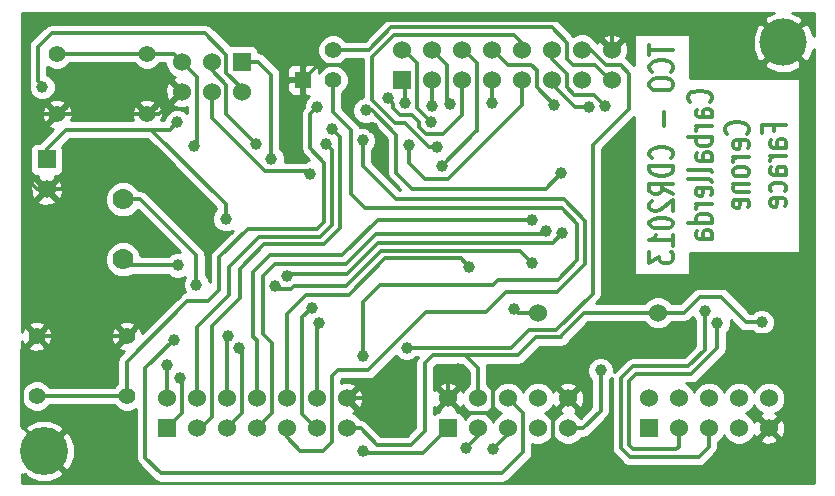
<source format=gbl>
G04 (created by PCBNEW-RS274X (2012-apr-16-27)-stable) date lun 29 abr 2013 18:05:14 ART*
G01*
G70*
G90*
%MOIN*%
G04 Gerber Fmt 3.4, Leading zero omitted, Abs format*
%FSLAX34Y34*%
G04 APERTURE LIST*
%ADD10C,0.006000*%
%ADD11C,0.012000*%
%ADD12R,0.060000X0.060000*%
%ADD13C,0.060000*%
%ADD14R,0.055000X0.055000*%
%ADD15C,0.055000*%
%ADD16C,0.070000*%
%ADD17C,0.157500*%
%ADD18C,0.160000*%
%ADD19C,0.039400*%
%ADD20C,0.012500*%
%ADD21C,0.010000*%
G04 APERTURE END LIST*
G54D10*
G54D11*
X68959Y-31548D02*
X68997Y-31519D01*
X69035Y-31433D01*
X69035Y-31376D01*
X68997Y-31291D01*
X68921Y-31233D01*
X68844Y-31205D01*
X68692Y-31176D01*
X68578Y-31176D01*
X68425Y-31205D01*
X68349Y-31233D01*
X68273Y-31291D01*
X68235Y-31376D01*
X68235Y-31433D01*
X68273Y-31519D01*
X68311Y-31548D01*
X69035Y-32062D02*
X68616Y-32062D01*
X68540Y-32033D01*
X68501Y-31976D01*
X68501Y-31862D01*
X68540Y-31805D01*
X68997Y-32062D02*
X69035Y-32005D01*
X69035Y-31862D01*
X68997Y-31805D01*
X68921Y-31776D01*
X68844Y-31776D01*
X68768Y-31805D01*
X68730Y-31862D01*
X68730Y-32005D01*
X68692Y-32062D01*
X69035Y-32348D02*
X68501Y-32348D01*
X68654Y-32348D02*
X68578Y-32376D01*
X68540Y-32405D01*
X68501Y-32462D01*
X68501Y-32519D01*
X69035Y-32719D02*
X68235Y-32719D01*
X68540Y-32719D02*
X68501Y-32776D01*
X68501Y-32890D01*
X68540Y-32947D01*
X68578Y-32976D01*
X68654Y-33005D01*
X68882Y-33005D01*
X68959Y-32976D01*
X68997Y-32947D01*
X69035Y-32890D01*
X69035Y-32776D01*
X68997Y-32719D01*
X69035Y-33519D02*
X68616Y-33519D01*
X68540Y-33490D01*
X68501Y-33433D01*
X68501Y-33319D01*
X68540Y-33262D01*
X68997Y-33519D02*
X69035Y-33462D01*
X69035Y-33319D01*
X68997Y-33262D01*
X68921Y-33233D01*
X68844Y-33233D01*
X68768Y-33262D01*
X68730Y-33319D01*
X68730Y-33462D01*
X68692Y-33519D01*
X69035Y-33891D02*
X68997Y-33833D01*
X68921Y-33805D01*
X68235Y-33805D01*
X69035Y-34205D02*
X68997Y-34147D01*
X68921Y-34119D01*
X68235Y-34119D01*
X68997Y-34661D02*
X69035Y-34604D01*
X69035Y-34490D01*
X68997Y-34433D01*
X68921Y-34404D01*
X68616Y-34404D01*
X68540Y-34433D01*
X68501Y-34490D01*
X68501Y-34604D01*
X68540Y-34661D01*
X68616Y-34690D01*
X68692Y-34690D01*
X68768Y-34404D01*
X69035Y-34947D02*
X68501Y-34947D01*
X68654Y-34947D02*
X68578Y-34975D01*
X68540Y-35004D01*
X68501Y-35061D01*
X68501Y-35118D01*
X69035Y-35575D02*
X68235Y-35575D01*
X68997Y-35575D02*
X69035Y-35518D01*
X69035Y-35404D01*
X68997Y-35346D01*
X68959Y-35318D01*
X68882Y-35289D01*
X68654Y-35289D01*
X68578Y-35318D01*
X68540Y-35346D01*
X68501Y-35404D01*
X68501Y-35518D01*
X68540Y-35575D01*
X69035Y-36118D02*
X68616Y-36118D01*
X68540Y-36089D01*
X68501Y-36032D01*
X68501Y-35918D01*
X68540Y-35861D01*
X68997Y-36118D02*
X69035Y-36061D01*
X69035Y-35918D01*
X68997Y-35861D01*
X68921Y-35832D01*
X68844Y-35832D01*
X68768Y-35861D01*
X68730Y-35918D01*
X68730Y-36061D01*
X68692Y-36118D01*
X70199Y-32605D02*
X70237Y-32576D01*
X70275Y-32490D01*
X70275Y-32433D01*
X70237Y-32348D01*
X70161Y-32290D01*
X70084Y-32262D01*
X69932Y-32233D01*
X69818Y-32233D01*
X69665Y-32262D01*
X69589Y-32290D01*
X69513Y-32348D01*
X69475Y-32433D01*
X69475Y-32490D01*
X69513Y-32576D01*
X69551Y-32605D01*
X70237Y-33090D02*
X70275Y-33033D01*
X70275Y-32919D01*
X70237Y-32862D01*
X70161Y-32833D01*
X69856Y-32833D01*
X69780Y-32862D01*
X69741Y-32919D01*
X69741Y-33033D01*
X69780Y-33090D01*
X69856Y-33119D01*
X69932Y-33119D01*
X70008Y-32833D01*
X70275Y-33376D02*
X69741Y-33376D01*
X69894Y-33376D02*
X69818Y-33404D01*
X69780Y-33433D01*
X69741Y-33490D01*
X69741Y-33547D01*
X70275Y-33833D02*
X70237Y-33775D01*
X70199Y-33747D01*
X70122Y-33718D01*
X69894Y-33718D01*
X69818Y-33747D01*
X69780Y-33775D01*
X69741Y-33833D01*
X69741Y-33918D01*
X69780Y-33975D01*
X69818Y-34004D01*
X69894Y-34033D01*
X70122Y-34033D01*
X70199Y-34004D01*
X70237Y-33975D01*
X70275Y-33918D01*
X70275Y-33833D01*
X69741Y-34290D02*
X70275Y-34290D01*
X69818Y-34290D02*
X69780Y-34318D01*
X69741Y-34376D01*
X69741Y-34461D01*
X69780Y-34518D01*
X69856Y-34547D01*
X70275Y-34547D01*
X70237Y-35061D02*
X70275Y-35004D01*
X70275Y-34890D01*
X70237Y-34833D01*
X70161Y-34804D01*
X69856Y-34804D01*
X69780Y-34833D01*
X69741Y-34890D01*
X69741Y-35004D01*
X69780Y-35061D01*
X69856Y-35090D01*
X69932Y-35090D01*
X70008Y-34804D01*
X71096Y-32505D02*
X71096Y-32305D01*
X71515Y-32305D02*
X70715Y-32305D01*
X70715Y-32591D01*
X71515Y-33076D02*
X71096Y-33076D01*
X71020Y-33047D01*
X70981Y-32990D01*
X70981Y-32876D01*
X71020Y-32819D01*
X71477Y-33076D02*
X71515Y-33019D01*
X71515Y-32876D01*
X71477Y-32819D01*
X71401Y-32790D01*
X71324Y-32790D01*
X71248Y-32819D01*
X71210Y-32876D01*
X71210Y-33019D01*
X71172Y-33076D01*
X71515Y-33362D02*
X70981Y-33362D01*
X71134Y-33362D02*
X71058Y-33390D01*
X71020Y-33419D01*
X70981Y-33476D01*
X70981Y-33533D01*
X71515Y-33990D02*
X71096Y-33990D01*
X71020Y-33961D01*
X70981Y-33904D01*
X70981Y-33790D01*
X71020Y-33733D01*
X71477Y-33990D02*
X71515Y-33933D01*
X71515Y-33790D01*
X71477Y-33733D01*
X71401Y-33704D01*
X71324Y-33704D01*
X71248Y-33733D01*
X71210Y-33790D01*
X71210Y-33933D01*
X71172Y-33990D01*
X71477Y-34533D02*
X71515Y-34476D01*
X71515Y-34362D01*
X71477Y-34304D01*
X71439Y-34276D01*
X71362Y-34247D01*
X71134Y-34247D01*
X71058Y-34276D01*
X71020Y-34304D01*
X70981Y-34362D01*
X70981Y-34476D01*
X71020Y-34533D01*
X71477Y-35018D02*
X71515Y-34961D01*
X71515Y-34847D01*
X71477Y-34790D01*
X71401Y-34761D01*
X71096Y-34761D01*
X71020Y-34790D01*
X70981Y-34847D01*
X70981Y-34961D01*
X71020Y-35018D01*
X71096Y-35047D01*
X71172Y-35047D01*
X71248Y-34761D01*
X66955Y-29651D02*
X66955Y-29994D01*
X67755Y-29823D02*
X66955Y-29823D01*
X67679Y-30537D02*
X67717Y-30508D01*
X67755Y-30422D01*
X67755Y-30365D01*
X67717Y-30280D01*
X67641Y-30222D01*
X67564Y-30194D01*
X67412Y-30165D01*
X67298Y-30165D01*
X67145Y-30194D01*
X67069Y-30222D01*
X66993Y-30280D01*
X66955Y-30365D01*
X66955Y-30422D01*
X66993Y-30508D01*
X67031Y-30537D01*
X66955Y-30908D02*
X66955Y-31022D01*
X66993Y-31080D01*
X67069Y-31137D01*
X67221Y-31165D01*
X67488Y-31165D01*
X67641Y-31137D01*
X67717Y-31080D01*
X67755Y-31022D01*
X67755Y-30908D01*
X67717Y-30851D01*
X67641Y-30794D01*
X67488Y-30765D01*
X67221Y-30765D01*
X67069Y-30794D01*
X66993Y-30851D01*
X66955Y-30908D01*
X67450Y-31880D02*
X67450Y-32337D01*
X67679Y-33423D02*
X67717Y-33394D01*
X67755Y-33308D01*
X67755Y-33251D01*
X67717Y-33166D01*
X67641Y-33108D01*
X67564Y-33080D01*
X67412Y-33051D01*
X67298Y-33051D01*
X67145Y-33080D01*
X67069Y-33108D01*
X66993Y-33166D01*
X66955Y-33251D01*
X66955Y-33308D01*
X66993Y-33394D01*
X67031Y-33423D01*
X67755Y-33680D02*
X66955Y-33680D01*
X66955Y-33823D01*
X66993Y-33908D01*
X67069Y-33966D01*
X67145Y-33994D01*
X67298Y-34023D01*
X67412Y-34023D01*
X67564Y-33994D01*
X67641Y-33966D01*
X67717Y-33908D01*
X67755Y-33823D01*
X67755Y-33680D01*
X67755Y-34623D02*
X67374Y-34423D01*
X67755Y-34280D02*
X66955Y-34280D01*
X66955Y-34508D01*
X66993Y-34566D01*
X67031Y-34594D01*
X67107Y-34623D01*
X67221Y-34623D01*
X67298Y-34594D01*
X67336Y-34566D01*
X67374Y-34508D01*
X67374Y-34280D01*
X67031Y-34851D02*
X66993Y-34880D01*
X66955Y-34937D01*
X66955Y-35080D01*
X66993Y-35137D01*
X67031Y-35166D01*
X67107Y-35194D01*
X67183Y-35194D01*
X67298Y-35166D01*
X67755Y-34823D01*
X67755Y-35194D01*
X66955Y-35565D02*
X66955Y-35622D01*
X66993Y-35679D01*
X67031Y-35708D01*
X67107Y-35737D01*
X67260Y-35765D01*
X67450Y-35765D01*
X67602Y-35737D01*
X67679Y-35708D01*
X67717Y-35679D01*
X67755Y-35622D01*
X67755Y-35565D01*
X67717Y-35508D01*
X67679Y-35479D01*
X67602Y-35451D01*
X67450Y-35422D01*
X67260Y-35422D01*
X67107Y-35451D01*
X67031Y-35479D01*
X66993Y-35508D01*
X66955Y-35565D01*
X67755Y-36336D02*
X67755Y-35993D01*
X67755Y-36165D02*
X66955Y-36165D01*
X67069Y-36108D01*
X67145Y-36050D01*
X67183Y-35993D01*
X66955Y-36536D02*
X66955Y-36907D01*
X67260Y-36707D01*
X67260Y-36793D01*
X67298Y-36850D01*
X67336Y-36879D01*
X67412Y-36907D01*
X67602Y-36907D01*
X67679Y-36879D01*
X67717Y-36850D01*
X67755Y-36793D01*
X67755Y-36621D01*
X67717Y-36564D01*
X67679Y-36536D01*
G54D12*
X50869Y-42430D03*
G54D13*
X50869Y-41430D03*
X51869Y-42430D03*
X51869Y-41430D03*
X52869Y-42430D03*
X52869Y-41430D03*
X53869Y-42430D03*
X53869Y-41430D03*
X54869Y-42430D03*
X54869Y-41430D03*
X55869Y-42430D03*
X55869Y-41430D03*
X56869Y-42430D03*
X56869Y-41430D03*
G54D14*
X55406Y-30815D03*
G54D15*
X56406Y-30815D03*
X56406Y-29815D03*
X47211Y-31955D03*
X47211Y-29955D03*
X50211Y-31955D03*
X50211Y-29955D03*
X49530Y-39355D03*
X49530Y-41355D03*
X46530Y-39355D03*
X46530Y-41355D03*
G54D12*
X66936Y-42430D03*
G54D13*
X66936Y-41430D03*
X67936Y-42430D03*
X67936Y-41430D03*
X68936Y-42430D03*
X68936Y-41430D03*
X69936Y-42430D03*
X69936Y-41430D03*
X70936Y-42430D03*
X70936Y-41430D03*
G54D12*
X60243Y-42430D03*
G54D13*
X60243Y-41430D03*
X61243Y-42430D03*
X61243Y-41430D03*
X62243Y-42430D03*
X62243Y-41430D03*
X63243Y-42430D03*
X63243Y-41430D03*
X64243Y-42430D03*
X64243Y-41430D03*
G54D12*
X53362Y-30209D03*
G54D13*
X53362Y-31209D03*
X52362Y-30209D03*
X52362Y-31209D03*
X51362Y-30209D03*
X51362Y-31209D03*
G54D12*
X46859Y-33467D03*
G54D13*
X46859Y-34467D03*
G54D16*
X49409Y-36797D03*
X49409Y-34797D03*
G54D17*
X71416Y-29568D03*
G54D18*
X46771Y-43190D03*
G54D13*
X67236Y-38573D03*
X63236Y-38573D03*
G54D12*
X58705Y-30815D03*
G54D13*
X58705Y-29815D03*
X59705Y-30815D03*
X59705Y-29815D03*
X60705Y-30815D03*
X60705Y-29815D03*
X61705Y-30815D03*
X61705Y-29815D03*
X62705Y-30815D03*
X62705Y-29815D03*
X63705Y-30815D03*
X63705Y-29815D03*
X64705Y-30815D03*
X64705Y-29815D03*
X65705Y-30815D03*
X65705Y-29815D03*
G54D19*
X70699Y-38888D03*
X57500Y-31831D03*
X64016Y-33917D03*
X46713Y-31053D03*
X51211Y-32224D03*
X52825Y-35453D03*
X69222Y-38917D03*
X68799Y-38504D03*
X55876Y-31713D03*
X54350Y-33445D03*
X55650Y-33947D03*
X56378Y-32441D03*
X51309Y-40748D03*
X57402Y-32835D03*
X55699Y-38406D03*
X53287Y-39754D03*
X63504Y-35837D03*
X56171Y-32953D03*
X50866Y-40335D03*
X60945Y-37047D03*
X55945Y-38907D03*
X52923Y-39341D03*
X63051Y-35482D03*
X51772Y-33031D03*
X51093Y-39478D03*
X63041Y-36929D03*
X54459Y-37687D03*
X59724Y-31673D03*
X61703Y-31585D03*
X64941Y-31713D03*
X60295Y-31604D03*
X63780Y-31644D03*
X65472Y-31673D03*
X53858Y-32953D03*
X59675Y-32224D03*
X60030Y-33671D03*
X59872Y-33051D03*
X58799Y-31594D03*
X58937Y-32992D03*
X58228Y-31427D03*
X58868Y-39744D03*
X57421Y-43179D03*
X65325Y-40492D03*
X60846Y-43071D03*
X61752Y-43110D03*
X64055Y-35935D03*
X54882Y-37362D03*
X57726Y-32421D03*
X60571Y-40443D03*
X58199Y-40620D03*
X51181Y-35157D03*
X69734Y-39321D03*
X57402Y-40030D03*
X51230Y-36998D03*
X51850Y-37638D03*
X62441Y-38445D03*
G54D20*
X68110Y-38573D02*
X67236Y-38573D01*
X68632Y-38051D02*
X68110Y-38573D01*
X69340Y-38051D02*
X68632Y-38051D01*
X70177Y-38888D02*
X69340Y-38051D01*
X67236Y-38573D02*
X64787Y-38573D01*
X60719Y-39997D02*
X61929Y-39997D01*
X62582Y-39997D02*
X63182Y-39397D01*
X63182Y-39397D02*
X64006Y-39397D01*
X61929Y-39997D02*
X62582Y-39997D01*
X64787Y-38573D02*
X63963Y-39397D01*
X63963Y-39397D02*
X63989Y-39397D01*
X51211Y-32224D02*
X50965Y-32470D01*
X63989Y-39397D02*
X64006Y-39380D01*
X58815Y-34208D02*
X58514Y-33907D01*
X57703Y-31831D02*
X57500Y-31831D01*
X58514Y-32642D02*
X57703Y-31831D01*
X58514Y-33907D02*
X58514Y-32642D01*
X48839Y-32470D02*
X50334Y-32470D01*
X59469Y-40265D02*
X59737Y-39997D01*
X58815Y-34208D02*
X59046Y-34439D01*
X59046Y-34439D02*
X63494Y-34439D01*
X46713Y-30995D02*
X46713Y-31053D01*
X46575Y-29714D02*
X46575Y-30857D01*
X47027Y-29262D02*
X46575Y-29714D01*
X53362Y-31209D02*
X53362Y-31098D01*
X63494Y-34439D02*
X64016Y-33917D01*
X46575Y-30857D02*
X46713Y-30995D01*
X47027Y-29262D02*
X51348Y-29262D01*
X50965Y-32470D02*
X50334Y-32470D01*
X60719Y-39997D02*
X60824Y-39997D01*
X47510Y-32470D02*
X48839Y-32470D01*
X46859Y-33121D02*
X47510Y-32470D01*
X52825Y-34961D02*
X52825Y-35453D01*
X50334Y-32470D02*
X52825Y-34961D01*
X60824Y-39997D02*
X61243Y-40416D01*
X52146Y-29262D02*
X51348Y-29262D01*
X46859Y-33467D02*
X46859Y-33121D01*
X59737Y-39997D02*
X60719Y-39997D01*
X52854Y-30590D02*
X52854Y-29970D01*
X52854Y-29970D02*
X52146Y-29262D01*
X51348Y-29262D02*
X51299Y-29262D01*
X59469Y-42156D02*
X59469Y-40265D01*
X61243Y-40416D02*
X61243Y-41430D01*
X53362Y-31098D02*
X52854Y-30590D01*
X56869Y-42430D02*
X57331Y-42430D01*
X59469Y-42529D02*
X59469Y-42156D01*
X59016Y-42982D02*
X59469Y-42529D01*
X57883Y-42982D02*
X59016Y-42982D01*
X57331Y-42430D02*
X57883Y-42982D01*
X64006Y-39380D02*
X64006Y-39397D01*
X70699Y-38888D02*
X70177Y-38888D01*
X67936Y-42430D02*
X67936Y-43038D01*
X67844Y-43130D02*
X66417Y-43130D01*
X66417Y-43130D02*
X66260Y-42973D01*
X66260Y-40866D02*
X66506Y-40620D01*
X66506Y-40620D02*
X68357Y-40620D01*
X68357Y-40620D02*
X69222Y-39755D01*
X66260Y-42973D02*
X66260Y-40866D01*
X67936Y-43038D02*
X67844Y-43130D01*
X69222Y-39755D02*
X69222Y-38917D01*
X66007Y-43078D02*
X66007Y-40761D01*
X68936Y-42430D02*
X68936Y-43042D01*
X68936Y-43042D02*
X68595Y-43383D01*
X66007Y-40761D02*
X66401Y-40367D01*
X68252Y-40367D02*
X68799Y-39820D01*
X68799Y-39820D02*
X68799Y-38504D01*
X66312Y-43383D02*
X66007Y-43078D01*
X66401Y-40367D02*
X68252Y-40367D01*
X68595Y-43383D02*
X66312Y-43383D01*
X55650Y-31939D02*
X55876Y-31713D01*
X49530Y-40214D02*
X51555Y-38189D01*
X46530Y-41355D02*
X49530Y-41355D01*
X53562Y-35778D02*
X55886Y-35778D01*
X49530Y-41355D02*
X49530Y-40214D01*
X56122Y-33573D02*
X55650Y-33101D01*
X56122Y-35542D02*
X56122Y-33573D01*
X52234Y-38189D02*
X52608Y-37815D01*
X55886Y-35778D02*
X56122Y-35542D01*
X55650Y-32805D02*
X55650Y-31939D01*
X52608Y-37815D02*
X52608Y-36732D01*
X52608Y-36732D02*
X53562Y-35778D01*
X55650Y-33101D02*
X55650Y-32805D01*
X51555Y-38189D02*
X52234Y-38189D01*
X54350Y-33445D02*
X54341Y-33436D01*
X53910Y-30209D02*
X53362Y-30209D01*
X54341Y-33436D02*
X54341Y-30640D01*
X54341Y-30640D02*
X53910Y-30209D01*
X52362Y-32077D02*
X54134Y-33849D01*
X54134Y-33849D02*
X55552Y-33849D01*
X52362Y-31209D02*
X52362Y-32077D01*
X55552Y-33849D02*
X55650Y-33947D01*
X56644Y-33563D02*
X56644Y-32707D01*
X56644Y-34508D02*
X56644Y-33563D01*
X56093Y-36299D02*
X56644Y-35748D01*
X53297Y-37126D02*
X54124Y-36299D01*
X52009Y-42430D02*
X52372Y-42067D01*
X51869Y-42430D02*
X52009Y-42430D01*
X56644Y-32707D02*
X56378Y-32441D01*
X52372Y-39016D02*
X53297Y-38091D01*
X52372Y-42067D02*
X52372Y-39016D01*
X56644Y-35748D02*
X56644Y-34508D01*
X54124Y-36299D02*
X56093Y-36299D01*
X53297Y-38091D02*
X53297Y-37126D01*
X51309Y-40748D02*
X51368Y-40807D01*
X51368Y-41931D02*
X50869Y-42430D01*
X51368Y-40807D02*
X51368Y-41931D01*
X63873Y-37874D02*
X62165Y-37874D01*
X64810Y-35505D02*
X64810Y-36937D01*
X57402Y-33682D02*
X57402Y-32835D01*
X64810Y-36937D02*
X63873Y-37874D01*
X64095Y-34790D02*
X64810Y-35505D01*
X59518Y-38543D02*
X58780Y-39281D01*
X63573Y-34790D02*
X64095Y-34790D01*
X62165Y-37874D02*
X61496Y-38543D01*
X61496Y-38543D02*
X59518Y-38543D01*
X57668Y-33947D02*
X57667Y-33947D01*
X58780Y-39281D02*
X57579Y-40482D01*
X56368Y-40915D02*
X56368Y-40680D01*
X55315Y-43179D02*
X56073Y-43179D01*
X57667Y-33947D02*
X57402Y-33682D01*
X58511Y-34790D02*
X63573Y-34790D01*
X54869Y-42733D02*
X55315Y-43179D01*
X54869Y-42430D02*
X54869Y-42733D01*
X57579Y-40482D02*
X56566Y-40482D01*
X56073Y-43179D02*
X56368Y-42884D01*
X56368Y-42884D02*
X56368Y-40915D01*
X56368Y-40680D02*
X56566Y-40482D01*
X57668Y-33947D02*
X58511Y-34790D01*
X55845Y-42430D02*
X55374Y-41959D01*
X55374Y-38731D02*
X55699Y-38406D01*
X55374Y-41959D02*
X55374Y-38731D01*
X55869Y-42430D02*
X55845Y-42430D01*
X53366Y-39833D02*
X53366Y-41933D01*
X53366Y-41933D02*
X52869Y-42430D01*
X53287Y-39754D02*
X53366Y-39833D01*
X54468Y-36959D02*
X54065Y-37362D01*
X63504Y-35837D02*
X63396Y-35945D01*
X54065Y-39291D02*
X54370Y-39596D01*
X54370Y-41929D02*
X53869Y-42430D01*
X54370Y-39596D02*
X54370Y-41929D01*
X56837Y-36959D02*
X54468Y-36959D01*
X63396Y-35945D02*
X57851Y-35945D01*
X57851Y-35945D02*
X56837Y-36959D01*
X54065Y-37362D02*
X54065Y-39291D01*
X56378Y-33160D02*
X56378Y-35657D01*
X56378Y-35657D02*
X55989Y-36046D01*
X51869Y-39047D02*
X51869Y-41430D01*
X52943Y-37038D02*
X52943Y-37973D01*
X52943Y-37973D02*
X51869Y-39047D01*
X55989Y-36046D02*
X53935Y-36046D01*
X56171Y-32953D02*
X56378Y-33160D01*
X53935Y-36046D02*
X52943Y-37038D01*
X50869Y-40338D02*
X50869Y-41430D01*
X50866Y-40335D02*
X50869Y-40338D01*
X54872Y-39508D02*
X54872Y-41427D01*
X54872Y-41427D02*
X54869Y-41430D01*
X54872Y-38622D02*
X54872Y-39508D01*
X58146Y-36766D02*
X56930Y-37982D01*
X56930Y-37982D02*
X55512Y-37982D01*
X60664Y-36766D02*
X58146Y-36766D01*
X55512Y-37982D02*
X54872Y-38622D01*
X60945Y-37047D02*
X60664Y-36766D01*
X55869Y-41430D02*
X55869Y-40702D01*
X55866Y-38986D02*
X55945Y-38907D01*
X55866Y-40699D02*
X55866Y-38986D01*
X55869Y-40702D02*
X55866Y-40699D01*
X52923Y-39341D02*
X52869Y-39395D01*
X52869Y-39395D02*
X52869Y-41430D01*
X53750Y-37224D02*
X54311Y-36663D01*
X53869Y-39489D02*
X53750Y-39370D01*
X56713Y-36663D02*
X57894Y-35482D01*
X54311Y-36663D02*
X56713Y-36663D01*
X53750Y-39370D02*
X53750Y-37224D01*
X53869Y-41430D02*
X53869Y-39489D01*
X57894Y-35482D02*
X63051Y-35482D01*
X51772Y-33031D02*
X51860Y-32943D01*
X62247Y-41430D02*
X62746Y-41929D01*
X62746Y-41929D02*
X62746Y-43219D01*
X62746Y-43219D02*
X62038Y-43927D01*
X62038Y-43927D02*
X50679Y-43927D01*
X50679Y-43927D02*
X50157Y-43405D01*
X50157Y-43405D02*
X50157Y-40984D01*
X62243Y-41430D02*
X62247Y-41430D01*
X50157Y-40414D02*
X51093Y-39478D01*
X47211Y-29955D02*
X50211Y-29955D01*
X50211Y-29955D02*
X51108Y-29955D01*
X51108Y-29955D02*
X51362Y-30209D01*
X51860Y-30707D02*
X51362Y-30209D01*
X50157Y-40984D02*
X50157Y-40414D01*
X51860Y-32943D02*
X51860Y-30707D01*
X61713Y-36513D02*
X62625Y-36513D01*
X55011Y-37785D02*
X54557Y-37785D01*
X57999Y-36513D02*
X56825Y-37687D01*
X54557Y-37785D02*
X54459Y-37687D01*
X62625Y-36513D02*
X63041Y-36929D01*
X56496Y-37687D02*
X55109Y-37687D01*
X61713Y-36513D02*
X57999Y-36513D01*
X55109Y-37687D02*
X55011Y-37785D01*
X56825Y-37687D02*
X56496Y-37687D01*
X65648Y-30815D02*
X65148Y-30315D01*
X58340Y-29068D02*
X63704Y-29068D01*
X56406Y-29815D02*
X57593Y-29815D01*
X64410Y-30315D02*
X64213Y-30118D01*
X65705Y-30815D02*
X65648Y-30815D01*
X57593Y-29815D02*
X58340Y-29068D01*
X64213Y-29577D02*
X63704Y-29068D01*
X64213Y-30118D02*
X64213Y-29577D01*
X65148Y-30315D02*
X64410Y-30315D01*
X59705Y-31654D02*
X59705Y-30815D01*
X59724Y-31673D02*
X59705Y-31654D01*
X61705Y-31583D02*
X61705Y-30815D01*
X61703Y-31585D02*
X61705Y-31583D01*
X63705Y-30959D02*
X63705Y-30815D01*
X64941Y-31713D02*
X64459Y-31713D01*
X64459Y-31713D02*
X63705Y-30959D01*
X60207Y-30317D02*
X59705Y-29815D01*
X60207Y-31516D02*
X60207Y-30317D01*
X60295Y-31604D02*
X60207Y-31516D01*
X63022Y-30315D02*
X63199Y-30492D01*
X62254Y-30315D02*
X63022Y-30315D01*
X63199Y-30492D02*
X63199Y-31063D01*
X63199Y-31063D02*
X63780Y-31644D01*
X61705Y-29815D02*
X61754Y-29815D01*
X61754Y-29815D02*
X62254Y-30315D01*
X64508Y-31309D02*
X65108Y-31309D01*
X63705Y-30112D02*
X64205Y-30612D01*
X64458Y-31309D02*
X64508Y-31309D01*
X65108Y-31309D02*
X65472Y-31673D01*
X64205Y-31056D02*
X64458Y-31309D01*
X63705Y-29815D02*
X63705Y-30112D01*
X64205Y-30612D02*
X64205Y-31056D01*
X52854Y-30993D02*
X52362Y-30501D01*
X52854Y-31348D02*
X52854Y-31949D01*
X52854Y-31949D02*
X53858Y-32953D01*
X52854Y-31348D02*
X52854Y-30993D01*
X52362Y-30501D02*
X52362Y-30209D01*
X59203Y-31752D02*
X59675Y-32224D01*
X58772Y-29815D02*
X59203Y-30246D01*
X59203Y-30246D02*
X59203Y-31752D01*
X58705Y-29815D02*
X58772Y-29815D01*
X60789Y-29815D02*
X61211Y-30237D01*
X60705Y-29815D02*
X60789Y-29815D01*
X61211Y-30237D02*
X61211Y-32520D01*
X61181Y-32520D02*
X60030Y-33671D01*
X61211Y-32520D02*
X61181Y-32520D01*
X58796Y-32254D02*
X58484Y-32254D01*
X59593Y-33051D02*
X58796Y-32254D01*
X62705Y-29815D02*
X62705Y-29585D01*
X62441Y-29321D02*
X58445Y-29321D01*
X62705Y-29585D02*
X62441Y-29321D01*
X58445Y-29321D02*
X58110Y-29656D01*
X59872Y-33051D02*
X59593Y-33051D01*
X57717Y-30049D02*
X58110Y-29656D01*
X57717Y-31487D02*
X57717Y-30049D01*
X58484Y-32254D02*
X57717Y-31487D01*
X58799Y-31594D02*
X58799Y-30909D01*
X58799Y-30909D02*
X58705Y-30815D01*
X58937Y-32992D02*
X58937Y-33582D01*
X60236Y-34124D02*
X62705Y-31655D01*
X59479Y-34124D02*
X60236Y-34124D01*
X62705Y-31655D02*
X62705Y-30815D01*
X58937Y-33582D02*
X59479Y-34124D01*
X59281Y-32215D02*
X59281Y-32381D01*
X60705Y-31992D02*
X60705Y-30815D01*
X59054Y-31988D02*
X59281Y-32215D01*
X60079Y-32618D02*
X60705Y-31992D01*
X59281Y-32381D02*
X59518Y-32618D01*
X59518Y-32618D02*
X60079Y-32618D01*
X58406Y-31605D02*
X58406Y-31753D01*
X58641Y-31988D02*
X59054Y-31988D01*
X58228Y-31427D02*
X58406Y-31605D01*
X58406Y-31753D02*
X58641Y-31988D01*
X60994Y-39744D02*
X62333Y-39744D01*
X63396Y-39144D02*
X63858Y-39144D01*
X65063Y-32998D02*
X66290Y-31771D01*
X65063Y-37939D02*
X65063Y-32998D01*
X63858Y-39144D02*
X65063Y-37939D01*
X66290Y-30611D02*
X66290Y-31771D01*
X66290Y-30611D02*
X65994Y-30315D01*
X62333Y-39744D02*
X62933Y-39144D01*
X64705Y-29815D02*
X65006Y-29815D01*
X65506Y-30315D02*
X65994Y-30315D01*
X65006Y-29815D02*
X65506Y-30315D01*
X62933Y-39144D02*
X63396Y-39144D01*
X58868Y-39744D02*
X60994Y-39744D01*
X59415Y-43258D02*
X60243Y-42430D01*
X57500Y-43258D02*
X59415Y-43258D01*
X57421Y-43179D02*
X57500Y-43258D01*
X65325Y-40492D02*
X65335Y-40502D01*
X65335Y-40502D02*
X65335Y-41840D01*
X65335Y-41840D02*
X64745Y-42430D01*
X64745Y-42430D02*
X64243Y-42430D01*
X61243Y-42674D02*
X60846Y-43071D01*
X61243Y-42430D02*
X61243Y-42674D01*
X62243Y-42619D02*
X61752Y-43110D01*
X62243Y-42430D02*
X62243Y-42619D01*
X62549Y-36260D02*
X63730Y-36260D01*
X62549Y-36260D02*
X57894Y-36260D01*
X63730Y-36260D02*
X64055Y-35935D01*
X54961Y-37283D02*
X54882Y-37362D01*
X56545Y-37283D02*
X54961Y-37283D01*
X56871Y-37283D02*
X56545Y-37283D01*
X57894Y-36260D02*
X56871Y-37283D01*
X63640Y-40827D02*
X64243Y-41430D01*
X62057Y-40827D02*
X63640Y-40827D01*
X60778Y-41929D02*
X61624Y-41929D01*
X46093Y-30869D02*
X46093Y-31595D01*
X46093Y-29320D02*
X46093Y-30423D01*
X61624Y-41929D02*
X61742Y-41811D01*
X61742Y-41142D02*
X62057Y-40827D01*
X61742Y-41811D02*
X61742Y-41142D01*
X57018Y-32018D02*
X57018Y-30502D01*
X57333Y-32333D02*
X57018Y-32018D01*
X57500Y-32333D02*
X57333Y-32333D01*
X57638Y-32333D02*
X57500Y-32333D01*
X55906Y-30315D02*
X55406Y-30815D01*
X56831Y-30315D02*
X55906Y-30315D01*
X57018Y-30502D02*
X56831Y-30315D01*
X47211Y-31955D02*
X46453Y-31955D01*
X46453Y-31955D02*
X46093Y-31595D01*
X50211Y-31955D02*
X50616Y-31955D01*
X50616Y-31955D02*
X51362Y-31209D01*
X46771Y-43070D02*
X46053Y-42352D01*
X60243Y-40771D02*
X60571Y-40443D01*
X60243Y-41430D02*
X60243Y-40771D01*
X56869Y-41430D02*
X57389Y-41430D01*
X50492Y-33051D02*
X49095Y-33051D01*
X57389Y-41430D02*
X58199Y-40620D01*
X72018Y-30170D02*
X71416Y-29568D01*
X46053Y-39832D02*
X46530Y-39355D01*
X46771Y-43190D02*
X46771Y-43070D01*
X49095Y-33051D02*
X47679Y-34467D01*
X71181Y-39321D02*
X69734Y-39321D01*
X72018Y-41348D02*
X72018Y-38268D01*
X46093Y-30423D02*
X46093Y-30869D01*
X72018Y-38268D02*
X72018Y-30170D01*
X51093Y-35069D02*
X51093Y-33652D01*
X70663Y-28815D02*
X71416Y-29568D01*
X47211Y-31955D02*
X50211Y-31955D01*
X46093Y-34035D02*
X46525Y-34467D01*
X51093Y-33652D02*
X50492Y-33051D01*
X46093Y-34016D02*
X46093Y-34035D01*
X72018Y-38268D02*
X72018Y-38484D01*
X65010Y-28815D02*
X55900Y-28815D01*
X46525Y-34467D02*
X46859Y-34467D01*
X46530Y-39355D02*
X49530Y-39355D01*
X55900Y-28815D02*
X46598Y-28815D01*
X65010Y-28815D02*
X70663Y-28815D01*
X46598Y-28815D02*
X46093Y-29320D01*
X51181Y-35157D02*
X51093Y-35069D01*
X70936Y-42430D02*
X72018Y-41348D01*
X65232Y-28815D02*
X65010Y-28815D01*
X46053Y-42352D02*
X46053Y-39832D01*
X63744Y-41929D02*
X63744Y-43055D01*
X47679Y-34467D02*
X46859Y-34467D01*
X65705Y-29815D02*
X65705Y-29288D01*
X46093Y-34016D02*
X46093Y-38918D01*
X46093Y-38918D02*
X46530Y-39355D01*
X57726Y-32421D02*
X57638Y-32333D01*
X46093Y-31595D02*
X46093Y-34016D01*
X72018Y-38484D02*
X71181Y-39321D01*
X64478Y-43789D02*
X69577Y-43789D01*
X55406Y-29309D02*
X55406Y-30815D01*
X69577Y-43789D02*
X70936Y-42430D01*
X63744Y-43055D02*
X64478Y-43789D01*
X55900Y-28815D02*
X55406Y-29309D01*
X65705Y-29288D02*
X65232Y-28815D01*
X60243Y-41430D02*
X60279Y-41430D01*
X60279Y-41430D02*
X60778Y-41929D01*
X63744Y-41929D02*
X64243Y-41430D01*
X59331Y-37638D02*
X57982Y-37638D01*
X64557Y-35610D02*
X64557Y-36831D01*
X64036Y-35089D02*
X64557Y-35610D01*
X63898Y-37490D02*
X61899Y-37490D01*
X61899Y-37490D02*
X61751Y-37638D01*
X56998Y-33317D02*
X56998Y-32480D01*
X56406Y-31888D02*
X56406Y-30815D01*
X56998Y-32480D02*
X56406Y-31888D01*
X59331Y-37638D02*
X58740Y-37638D01*
X58740Y-37638D02*
X58711Y-37638D01*
X57982Y-37638D02*
X57402Y-38218D01*
X63268Y-35089D02*
X64036Y-35089D01*
X57402Y-38218D02*
X57402Y-40030D01*
X56998Y-34607D02*
X57480Y-35089D01*
X56998Y-33317D02*
X56998Y-34607D01*
X57480Y-35089D02*
X63268Y-35089D01*
X64557Y-36831D02*
X63898Y-37490D01*
X61751Y-37638D02*
X59331Y-37638D01*
X49610Y-36998D02*
X49409Y-36797D01*
X51230Y-36998D02*
X49610Y-36998D01*
X49409Y-34797D02*
X49984Y-34797D01*
X51850Y-36663D02*
X51850Y-37638D01*
X49984Y-34797D02*
X51850Y-36663D01*
X63236Y-38573D02*
X62569Y-38573D01*
X62569Y-38573D02*
X62441Y-38445D01*
G54D10*
G36*
X58643Y-34478D02*
X58640Y-34478D01*
X57889Y-33726D01*
X57883Y-33722D01*
X57714Y-33552D01*
X57714Y-33153D01*
X57780Y-33088D01*
X57848Y-32924D01*
X57848Y-32747D01*
X57780Y-32583D01*
X57655Y-32457D01*
X57491Y-32389D01*
X57314Y-32389D01*
X57293Y-32397D01*
X57286Y-32361D01*
X57286Y-32360D01*
X57259Y-32319D01*
X57219Y-32259D01*
X57216Y-32257D01*
X56718Y-31758D01*
X56718Y-31245D01*
X56851Y-31113D01*
X56931Y-30920D01*
X56931Y-30711D01*
X56851Y-30518D01*
X56704Y-30370D01*
X56570Y-30314D01*
X56703Y-30260D01*
X56836Y-30127D01*
X57405Y-30127D01*
X57405Y-31387D01*
X57248Y-31453D01*
X57122Y-31578D01*
X57054Y-31742D01*
X57054Y-31919D01*
X57122Y-32083D01*
X57247Y-32209D01*
X57411Y-32277D01*
X57588Y-32277D01*
X57672Y-32242D01*
X58202Y-32771D01*
X58202Y-33902D01*
X58201Y-33907D01*
X58226Y-34027D01*
X58293Y-34128D01*
X58592Y-34426D01*
X58594Y-34429D01*
X58643Y-34478D01*
X58643Y-34478D01*
G37*
G54D21*
X58643Y-34478D02*
X58640Y-34478D01*
X57889Y-33726D01*
X57883Y-33722D01*
X57714Y-33552D01*
X57714Y-33153D01*
X57780Y-33088D01*
X57848Y-32924D01*
X57848Y-32747D01*
X57780Y-32583D01*
X57655Y-32457D01*
X57491Y-32389D01*
X57314Y-32389D01*
X57293Y-32397D01*
X57286Y-32361D01*
X57286Y-32360D01*
X57259Y-32319D01*
X57219Y-32259D01*
X57216Y-32257D01*
X56718Y-31758D01*
X56718Y-31245D01*
X56851Y-31113D01*
X56931Y-30920D01*
X56931Y-30711D01*
X56851Y-30518D01*
X56704Y-30370D01*
X56570Y-30314D01*
X56703Y-30260D01*
X56836Y-30127D01*
X57405Y-30127D01*
X57405Y-31387D01*
X57248Y-31453D01*
X57122Y-31578D01*
X57054Y-31742D01*
X57054Y-31919D01*
X57122Y-32083D01*
X57247Y-32209D01*
X57411Y-32277D01*
X57588Y-32277D01*
X57672Y-32242D01*
X58202Y-32771D01*
X58202Y-33902D01*
X58201Y-33907D01*
X58226Y-34027D01*
X58293Y-34128D01*
X58592Y-34426D01*
X58594Y-34429D01*
X58643Y-34478D01*
G54D10*
G36*
X59240Y-40056D02*
X59181Y-40145D01*
X59156Y-40265D01*
X59157Y-40269D01*
X59157Y-42156D01*
X59157Y-42399D01*
X58886Y-42670D01*
X58012Y-42670D01*
X57552Y-42209D01*
X57451Y-42142D01*
X57412Y-42133D01*
X57412Y-41509D01*
X57401Y-41296D01*
X57341Y-41149D01*
X57247Y-41122D01*
X56940Y-41430D01*
X57247Y-41738D01*
X57341Y-41711D01*
X57412Y-41509D01*
X57412Y-42133D01*
X57332Y-42117D01*
X57180Y-41965D01*
X57088Y-41927D01*
X57150Y-41902D01*
X57177Y-41808D01*
X56904Y-41536D01*
X56869Y-41501D01*
X56798Y-41430D01*
X56869Y-41359D01*
X56904Y-41324D01*
X57177Y-41052D01*
X57150Y-40958D01*
X56948Y-40887D01*
X56735Y-40898D01*
X56680Y-40920D01*
X56680Y-40915D01*
X56680Y-40810D01*
X56696Y-40794D01*
X57574Y-40794D01*
X57579Y-40795D01*
X57579Y-40794D01*
X57698Y-40770D01*
X57699Y-40770D01*
X57800Y-40703D01*
X58498Y-40004D01*
X58615Y-40122D01*
X58779Y-40190D01*
X58956Y-40190D01*
X59120Y-40122D01*
X59186Y-40056D01*
X59240Y-40056D01*
X59240Y-40056D01*
G37*
G54D21*
X59240Y-40056D02*
X59181Y-40145D01*
X59156Y-40265D01*
X59157Y-40269D01*
X59157Y-42156D01*
X59157Y-42399D01*
X58886Y-42670D01*
X58012Y-42670D01*
X57552Y-42209D01*
X57451Y-42142D01*
X57412Y-42133D01*
X57412Y-41509D01*
X57401Y-41296D01*
X57341Y-41149D01*
X57247Y-41122D01*
X56940Y-41430D01*
X57247Y-41738D01*
X57341Y-41711D01*
X57412Y-41509D01*
X57412Y-42133D01*
X57332Y-42117D01*
X57180Y-41965D01*
X57088Y-41927D01*
X57150Y-41902D01*
X57177Y-41808D01*
X56904Y-41536D01*
X56869Y-41501D01*
X56798Y-41430D01*
X56869Y-41359D01*
X56904Y-41324D01*
X57177Y-41052D01*
X57150Y-40958D01*
X56948Y-40887D01*
X56735Y-40898D01*
X56680Y-40920D01*
X56680Y-40915D01*
X56680Y-40810D01*
X56696Y-40794D01*
X57574Y-40794D01*
X57579Y-40795D01*
X57579Y-40794D01*
X57698Y-40770D01*
X57699Y-40770D01*
X57800Y-40703D01*
X58498Y-40004D01*
X58615Y-40122D01*
X58779Y-40190D01*
X58956Y-40190D01*
X59120Y-40122D01*
X59186Y-40056D01*
X59240Y-40056D01*
G54D10*
G36*
X61016Y-41930D02*
X60932Y-41965D01*
X60792Y-42105D01*
X60792Y-42081D01*
X60754Y-41989D01*
X60684Y-41919D01*
X60593Y-41881D01*
X60530Y-41881D01*
X60551Y-41808D01*
X60243Y-41501D01*
X59935Y-41808D01*
X59955Y-41881D01*
X59894Y-41881D01*
X59802Y-41919D01*
X59781Y-41940D01*
X59781Y-41713D01*
X59865Y-41738D01*
X60172Y-41430D01*
X59865Y-41122D01*
X59781Y-41146D01*
X59781Y-40395D01*
X59867Y-40309D01*
X60694Y-40309D01*
X60931Y-40545D01*
X60931Y-40966D01*
X60778Y-41119D01*
X60740Y-41210D01*
X60715Y-41149D01*
X60621Y-41122D01*
X60551Y-41192D01*
X60551Y-41052D01*
X60524Y-40958D01*
X60322Y-40887D01*
X60109Y-40898D01*
X59962Y-40958D01*
X59935Y-41052D01*
X60243Y-41359D01*
X60551Y-41052D01*
X60551Y-41192D01*
X60314Y-41430D01*
X60621Y-41738D01*
X60715Y-41711D01*
X60738Y-41645D01*
X60778Y-41741D01*
X60932Y-41895D01*
X61016Y-41930D01*
X61016Y-41930D01*
G37*
G54D21*
X61016Y-41930D02*
X60932Y-41965D01*
X60792Y-42105D01*
X60792Y-42081D01*
X60754Y-41989D01*
X60684Y-41919D01*
X60593Y-41881D01*
X60530Y-41881D01*
X60551Y-41808D01*
X60243Y-41501D01*
X59935Y-41808D01*
X59955Y-41881D01*
X59894Y-41881D01*
X59802Y-41919D01*
X59781Y-41940D01*
X59781Y-41713D01*
X59865Y-41738D01*
X60172Y-41430D01*
X59865Y-41122D01*
X59781Y-41146D01*
X59781Y-40395D01*
X59867Y-40309D01*
X60694Y-40309D01*
X60931Y-40545D01*
X60931Y-40966D01*
X60778Y-41119D01*
X60740Y-41210D01*
X60715Y-41149D01*
X60621Y-41122D01*
X60551Y-41192D01*
X60551Y-41052D01*
X60524Y-40958D01*
X60322Y-40887D01*
X60109Y-40898D01*
X59962Y-40958D01*
X59935Y-41052D01*
X60243Y-41359D01*
X60551Y-41052D01*
X60551Y-41192D01*
X60314Y-41430D01*
X60621Y-41738D01*
X60715Y-41711D01*
X60738Y-41645D01*
X60778Y-41741D01*
X60932Y-41895D01*
X61016Y-41930D01*
G54D10*
G36*
X62016Y-41930D02*
X61932Y-41965D01*
X61778Y-42119D01*
X61743Y-42203D01*
X61708Y-42119D01*
X61554Y-41965D01*
X61469Y-41930D01*
X61554Y-41895D01*
X61708Y-41741D01*
X61743Y-41656D01*
X61778Y-41741D01*
X61932Y-41895D01*
X62016Y-41930D01*
X62016Y-41930D01*
G37*
G54D21*
X62016Y-41930D02*
X61932Y-41965D01*
X61778Y-42119D01*
X61743Y-42203D01*
X61708Y-42119D01*
X61554Y-41965D01*
X61469Y-41930D01*
X61554Y-41895D01*
X61708Y-41741D01*
X61743Y-41656D01*
X61778Y-41741D01*
X61932Y-41895D01*
X62016Y-41930D01*
G54D10*
G36*
X68487Y-39690D02*
X68122Y-40055D01*
X66401Y-40055D01*
X66281Y-40079D01*
X66240Y-40105D01*
X66180Y-40146D01*
X66178Y-40148D01*
X65786Y-40540D01*
X65771Y-40562D01*
X65771Y-40404D01*
X65703Y-40240D01*
X65578Y-40114D01*
X65414Y-40046D01*
X65237Y-40046D01*
X65073Y-40114D01*
X64947Y-40239D01*
X64879Y-40403D01*
X64879Y-40580D01*
X64947Y-40744D01*
X65023Y-40820D01*
X65023Y-41710D01*
X64786Y-41947D01*
X64786Y-41509D01*
X64775Y-41296D01*
X64715Y-41149D01*
X64621Y-41122D01*
X64551Y-41192D01*
X64551Y-41052D01*
X64524Y-40958D01*
X64322Y-40887D01*
X64109Y-40898D01*
X63962Y-40958D01*
X63935Y-41052D01*
X64243Y-41359D01*
X64551Y-41052D01*
X64551Y-41192D01*
X64314Y-41430D01*
X64621Y-41738D01*
X64715Y-41711D01*
X64786Y-41509D01*
X64786Y-41947D01*
X64661Y-42072D01*
X64554Y-41965D01*
X64462Y-41927D01*
X64524Y-41902D01*
X64551Y-41808D01*
X64243Y-41501D01*
X63935Y-41808D01*
X63962Y-41902D01*
X64027Y-41925D01*
X63932Y-41965D01*
X63778Y-42119D01*
X63743Y-42203D01*
X63708Y-42119D01*
X63554Y-41965D01*
X63469Y-41930D01*
X63554Y-41895D01*
X63708Y-41741D01*
X63745Y-41649D01*
X63771Y-41711D01*
X63865Y-41738D01*
X64172Y-41430D01*
X63865Y-41122D01*
X63771Y-41149D01*
X63747Y-41214D01*
X63708Y-41119D01*
X63554Y-40965D01*
X63352Y-40881D01*
X63134Y-40881D01*
X62932Y-40965D01*
X62778Y-41119D01*
X62743Y-41203D01*
X62708Y-41119D01*
X62554Y-40965D01*
X62352Y-40881D01*
X62134Y-40881D01*
X61932Y-40965D01*
X61778Y-41119D01*
X61743Y-41203D01*
X61708Y-41119D01*
X61555Y-40966D01*
X61555Y-40416D01*
X61533Y-40309D01*
X61929Y-40309D01*
X62577Y-40309D01*
X62582Y-40310D01*
X62582Y-40309D01*
X62701Y-40285D01*
X62702Y-40285D01*
X62803Y-40218D01*
X63311Y-39709D01*
X63958Y-39709D01*
X63963Y-39710D01*
X63963Y-39709D01*
X63967Y-39709D01*
X63984Y-39709D01*
X63989Y-39710D01*
X63989Y-39709D01*
X63993Y-39709D01*
X64006Y-39709D01*
X64125Y-39685D01*
X64227Y-39618D01*
X64294Y-39516D01*
X64296Y-39505D01*
X64916Y-38885D01*
X66772Y-38885D01*
X66925Y-39038D01*
X67127Y-39122D01*
X67345Y-39122D01*
X67547Y-39038D01*
X67700Y-38885D01*
X68105Y-38885D01*
X68110Y-38886D01*
X68110Y-38885D01*
X68229Y-38861D01*
X68230Y-38861D01*
X68331Y-38794D01*
X68405Y-38719D01*
X68421Y-38756D01*
X68487Y-38822D01*
X68487Y-39690D01*
X68487Y-39690D01*
G37*
G54D21*
X68487Y-39690D02*
X68122Y-40055D01*
X66401Y-40055D01*
X66281Y-40079D01*
X66240Y-40105D01*
X66180Y-40146D01*
X66178Y-40148D01*
X65786Y-40540D01*
X65771Y-40562D01*
X65771Y-40404D01*
X65703Y-40240D01*
X65578Y-40114D01*
X65414Y-40046D01*
X65237Y-40046D01*
X65073Y-40114D01*
X64947Y-40239D01*
X64879Y-40403D01*
X64879Y-40580D01*
X64947Y-40744D01*
X65023Y-40820D01*
X65023Y-41710D01*
X64786Y-41947D01*
X64786Y-41509D01*
X64775Y-41296D01*
X64715Y-41149D01*
X64621Y-41122D01*
X64551Y-41192D01*
X64551Y-41052D01*
X64524Y-40958D01*
X64322Y-40887D01*
X64109Y-40898D01*
X63962Y-40958D01*
X63935Y-41052D01*
X64243Y-41359D01*
X64551Y-41052D01*
X64551Y-41192D01*
X64314Y-41430D01*
X64621Y-41738D01*
X64715Y-41711D01*
X64786Y-41509D01*
X64786Y-41947D01*
X64661Y-42072D01*
X64554Y-41965D01*
X64462Y-41927D01*
X64524Y-41902D01*
X64551Y-41808D01*
X64243Y-41501D01*
X63935Y-41808D01*
X63962Y-41902D01*
X64027Y-41925D01*
X63932Y-41965D01*
X63778Y-42119D01*
X63743Y-42203D01*
X63708Y-42119D01*
X63554Y-41965D01*
X63469Y-41930D01*
X63554Y-41895D01*
X63708Y-41741D01*
X63745Y-41649D01*
X63771Y-41711D01*
X63865Y-41738D01*
X64172Y-41430D01*
X63865Y-41122D01*
X63771Y-41149D01*
X63747Y-41214D01*
X63708Y-41119D01*
X63554Y-40965D01*
X63352Y-40881D01*
X63134Y-40881D01*
X62932Y-40965D01*
X62778Y-41119D01*
X62743Y-41203D01*
X62708Y-41119D01*
X62554Y-40965D01*
X62352Y-40881D01*
X62134Y-40881D01*
X61932Y-40965D01*
X61778Y-41119D01*
X61743Y-41203D01*
X61708Y-41119D01*
X61555Y-40966D01*
X61555Y-40416D01*
X61533Y-40309D01*
X61929Y-40309D01*
X62577Y-40309D01*
X62582Y-40310D01*
X62582Y-40309D01*
X62701Y-40285D01*
X62702Y-40285D01*
X62803Y-40218D01*
X63311Y-39709D01*
X63958Y-39709D01*
X63963Y-39710D01*
X63963Y-39709D01*
X63967Y-39709D01*
X63984Y-39709D01*
X63989Y-39710D01*
X63989Y-39709D01*
X63993Y-39709D01*
X64006Y-39709D01*
X64125Y-39685D01*
X64227Y-39618D01*
X64294Y-39516D01*
X64296Y-39505D01*
X64916Y-38885D01*
X66772Y-38885D01*
X66925Y-39038D01*
X67127Y-39122D01*
X67345Y-39122D01*
X67547Y-39038D01*
X67700Y-38885D01*
X68105Y-38885D01*
X68110Y-38886D01*
X68110Y-38885D01*
X68229Y-38861D01*
X68230Y-38861D01*
X68331Y-38794D01*
X68405Y-38719D01*
X68421Y-38756D01*
X68487Y-38822D01*
X68487Y-39690D01*
G54D10*
G36*
X72429Y-44242D02*
X72069Y-44242D01*
X72069Y-30291D01*
X71416Y-29639D01*
X71345Y-29709D01*
X71345Y-29568D01*
X70693Y-28915D01*
X70550Y-29000D01*
X70398Y-29375D01*
X70402Y-29779D01*
X70550Y-30136D01*
X70693Y-30221D01*
X71345Y-29568D01*
X71345Y-29709D01*
X70763Y-30291D01*
X70848Y-30434D01*
X71223Y-30586D01*
X71627Y-30582D01*
X71984Y-30434D01*
X72069Y-30291D01*
X72069Y-44242D01*
X71479Y-44242D01*
X71479Y-42509D01*
X71468Y-42296D01*
X71408Y-42149D01*
X71314Y-42122D01*
X71007Y-42430D01*
X71314Y-42738D01*
X71408Y-42711D01*
X71479Y-42509D01*
X71479Y-44242D01*
X71244Y-44242D01*
X71244Y-42808D01*
X70936Y-42501D01*
X70628Y-42808D01*
X70655Y-42902D01*
X70857Y-42973D01*
X71070Y-42962D01*
X71217Y-42902D01*
X71244Y-42808D01*
X71244Y-44242D01*
X47801Y-44242D01*
X47801Y-43386D01*
X47798Y-42976D01*
X47648Y-42614D01*
X47504Y-42528D01*
X47433Y-42599D01*
X46842Y-43190D01*
X47504Y-43852D01*
X47648Y-43766D01*
X47801Y-43386D01*
X47801Y-44242D01*
X47433Y-44242D01*
X46033Y-44242D01*
X46033Y-43964D01*
X46086Y-44017D01*
X46135Y-43967D01*
X46195Y-44067D01*
X46575Y-44220D01*
X46985Y-44217D01*
X47347Y-44067D01*
X47433Y-43923D01*
X46806Y-43296D01*
X46771Y-43261D01*
X46700Y-43190D01*
X46771Y-43119D01*
X46806Y-43084D01*
X47433Y-42457D01*
X47347Y-42313D01*
X46967Y-42160D01*
X46557Y-42163D01*
X46195Y-42313D01*
X46135Y-42412D01*
X46086Y-42363D01*
X46033Y-42416D01*
X46033Y-41526D01*
X46085Y-41652D01*
X46232Y-41800D01*
X46425Y-41880D01*
X46634Y-41880D01*
X46827Y-41800D01*
X46960Y-41667D01*
X49099Y-41667D01*
X49232Y-41800D01*
X49425Y-41880D01*
X49634Y-41880D01*
X49827Y-41800D01*
X49845Y-41782D01*
X49845Y-43400D01*
X49844Y-43405D01*
X49869Y-43525D01*
X49936Y-43626D01*
X50456Y-44145D01*
X50458Y-44148D01*
X50518Y-44188D01*
X50559Y-44215D01*
X50560Y-44215D01*
X50679Y-44239D01*
X62033Y-44239D01*
X62038Y-44240D01*
X62038Y-44239D01*
X62157Y-44215D01*
X62158Y-44215D01*
X62259Y-44148D01*
X62964Y-43441D01*
X62966Y-43440D01*
X62967Y-43440D01*
X63007Y-43379D01*
X63034Y-43339D01*
X63034Y-43338D01*
X63058Y-43219D01*
X63058Y-42947D01*
X63134Y-42979D01*
X63352Y-42979D01*
X63554Y-42895D01*
X63708Y-42741D01*
X63743Y-42656D01*
X63778Y-42741D01*
X63932Y-42895D01*
X64134Y-42979D01*
X64352Y-42979D01*
X64554Y-42895D01*
X64707Y-42742D01*
X64740Y-42742D01*
X64745Y-42743D01*
X64745Y-42742D01*
X64864Y-42718D01*
X64865Y-42718D01*
X64966Y-42651D01*
X65553Y-42062D01*
X65555Y-42061D01*
X65556Y-42061D01*
X65596Y-42000D01*
X65623Y-41960D01*
X65623Y-41959D01*
X65647Y-41840D01*
X65647Y-40800D01*
X65695Y-40752D01*
X65694Y-40761D01*
X65695Y-40765D01*
X65695Y-43073D01*
X65694Y-43078D01*
X65719Y-43198D01*
X65786Y-43299D01*
X66089Y-43601D01*
X66091Y-43604D01*
X66151Y-43644D01*
X66192Y-43671D01*
X66193Y-43671D01*
X66312Y-43695D01*
X68590Y-43695D01*
X68595Y-43696D01*
X68595Y-43695D01*
X68714Y-43671D01*
X68715Y-43671D01*
X68816Y-43604D01*
X69154Y-43264D01*
X69156Y-43263D01*
X69157Y-43263D01*
X69197Y-43202D01*
X69224Y-43162D01*
X69224Y-43161D01*
X69248Y-43042D01*
X69248Y-42894D01*
X69401Y-42741D01*
X69436Y-42656D01*
X69471Y-42741D01*
X69625Y-42895D01*
X69827Y-42979D01*
X70045Y-42979D01*
X70247Y-42895D01*
X70401Y-42741D01*
X70438Y-42649D01*
X70464Y-42711D01*
X70558Y-42738D01*
X70865Y-42430D01*
X70558Y-42122D01*
X70464Y-42149D01*
X70440Y-42214D01*
X70401Y-42119D01*
X70247Y-41965D01*
X70162Y-41930D01*
X70247Y-41895D01*
X70401Y-41741D01*
X70436Y-41656D01*
X70471Y-41741D01*
X70625Y-41895D01*
X70716Y-41932D01*
X70655Y-41958D01*
X70628Y-42052D01*
X70936Y-42359D01*
X71244Y-42052D01*
X71217Y-41958D01*
X71151Y-41934D01*
X71247Y-41895D01*
X71401Y-41741D01*
X71485Y-41539D01*
X71485Y-41321D01*
X71401Y-41119D01*
X71247Y-40965D01*
X71045Y-40881D01*
X70827Y-40881D01*
X70625Y-40965D01*
X70471Y-41119D01*
X70436Y-41203D01*
X70401Y-41119D01*
X70247Y-40965D01*
X70045Y-40881D01*
X69827Y-40881D01*
X69625Y-40965D01*
X69471Y-41119D01*
X69436Y-41203D01*
X69401Y-41119D01*
X69247Y-40965D01*
X69045Y-40881D01*
X68827Y-40881D01*
X68625Y-40965D01*
X68471Y-41119D01*
X68436Y-41203D01*
X68401Y-41119D01*
X68247Y-40965D01*
X68167Y-40932D01*
X68352Y-40932D01*
X68357Y-40933D01*
X68357Y-40932D01*
X68476Y-40908D01*
X68477Y-40908D01*
X68578Y-40841D01*
X69440Y-39977D01*
X69442Y-39976D01*
X69443Y-39976D01*
X69483Y-39915D01*
X69510Y-39875D01*
X69510Y-39874D01*
X69534Y-39755D01*
X69534Y-39235D01*
X69600Y-39170D01*
X69668Y-39006D01*
X69668Y-38829D01*
X69661Y-38814D01*
X69954Y-39106D01*
X69956Y-39109D01*
X70057Y-39175D01*
X70058Y-39176D01*
X70177Y-39200D01*
X70380Y-39200D01*
X70446Y-39266D01*
X70610Y-39334D01*
X70787Y-39334D01*
X70951Y-39266D01*
X71077Y-39141D01*
X71145Y-38977D01*
X71145Y-38800D01*
X71077Y-38636D01*
X70952Y-38510D01*
X70788Y-38442D01*
X70611Y-38442D01*
X70447Y-38510D01*
X70380Y-38576D01*
X70306Y-38576D01*
X69561Y-37830D01*
X69460Y-37763D01*
X69340Y-37738D01*
X69335Y-37739D01*
X68632Y-37739D01*
X68512Y-37763D01*
X68471Y-37789D01*
X68411Y-37830D01*
X68409Y-37832D01*
X67980Y-38261D01*
X67700Y-38261D01*
X67547Y-38108D01*
X67345Y-38024D01*
X67127Y-38024D01*
X66925Y-38108D01*
X66772Y-38261D01*
X65183Y-38261D01*
X65284Y-38160D01*
X65351Y-38059D01*
X65351Y-38058D01*
X65375Y-37939D01*
X65375Y-33127D01*
X66441Y-32061D01*
X66441Y-37330D01*
X68301Y-37330D01*
X68301Y-36570D01*
X72061Y-36570D01*
X72061Y-30751D01*
X68301Y-30751D01*
X68301Y-29283D01*
X66441Y-29283D01*
X66441Y-30320D01*
X66215Y-30094D01*
X66184Y-30074D01*
X66184Y-30073D01*
X66248Y-29894D01*
X66237Y-29681D01*
X66177Y-29534D01*
X66083Y-29507D01*
X66013Y-29577D01*
X66013Y-29437D01*
X65986Y-29343D01*
X65784Y-29272D01*
X65571Y-29283D01*
X65424Y-29343D01*
X65397Y-29437D01*
X65705Y-29744D01*
X66013Y-29437D01*
X66013Y-29577D01*
X65776Y-29815D01*
X65705Y-29886D01*
X65634Y-29815D01*
X65599Y-29780D01*
X65327Y-29507D01*
X65233Y-29534D01*
X65214Y-29585D01*
X65200Y-29576D01*
X65199Y-29576D01*
X65170Y-29504D01*
X65016Y-29350D01*
X64814Y-29266D01*
X64596Y-29266D01*
X64417Y-29340D01*
X63925Y-28847D01*
X63824Y-28780D01*
X63704Y-28755D01*
X63699Y-28756D01*
X58340Y-28756D01*
X58221Y-28780D01*
X58119Y-28847D01*
X58117Y-28849D01*
X57463Y-29503D01*
X56836Y-29503D01*
X56704Y-29370D01*
X56511Y-29290D01*
X56302Y-29290D01*
X56109Y-29370D01*
X55961Y-29517D01*
X55881Y-29710D01*
X55881Y-29919D01*
X55961Y-30112D01*
X56108Y-30260D01*
X56241Y-30315D01*
X56109Y-30370D01*
X55961Y-30517D01*
X55930Y-30589D01*
X55930Y-30490D01*
X55892Y-30399D01*
X55822Y-30329D01*
X55730Y-30291D01*
X55518Y-30290D01*
X55456Y-30352D01*
X55456Y-30715D01*
X55456Y-30765D01*
X55456Y-30865D01*
X55456Y-30915D01*
X55456Y-31278D01*
X55518Y-31340D01*
X55619Y-31339D01*
X55498Y-31460D01*
X55430Y-31624D01*
X55430Y-31717D01*
X55429Y-31718D01*
X55362Y-31819D01*
X55356Y-31847D01*
X55356Y-31278D01*
X55356Y-30865D01*
X55356Y-30765D01*
X55356Y-30352D01*
X55294Y-30290D01*
X55082Y-30291D01*
X54990Y-30329D01*
X54920Y-30399D01*
X54882Y-30490D01*
X54882Y-30589D01*
X54881Y-30703D01*
X54943Y-30765D01*
X55356Y-30765D01*
X55356Y-30865D01*
X54943Y-30865D01*
X54881Y-30927D01*
X54882Y-31041D01*
X54882Y-31140D01*
X54920Y-31231D01*
X54990Y-31301D01*
X55082Y-31339D01*
X55294Y-31340D01*
X55356Y-31278D01*
X55356Y-31847D01*
X55337Y-31939D01*
X55338Y-31943D01*
X55338Y-32805D01*
X55338Y-33096D01*
X55337Y-33101D01*
X55362Y-33221D01*
X55429Y-33322D01*
X55608Y-33501D01*
X55562Y-33501D01*
X55475Y-33537D01*
X54794Y-33537D01*
X54796Y-33534D01*
X54796Y-33357D01*
X54728Y-33193D01*
X54653Y-33117D01*
X54653Y-30640D01*
X54629Y-30521D01*
X54628Y-30520D01*
X54562Y-30419D01*
X54559Y-30417D01*
X54131Y-29988D01*
X54030Y-29921D01*
X53911Y-29896D01*
X53911Y-29860D01*
X53873Y-29768D01*
X53803Y-29698D01*
X53712Y-29660D01*
X53613Y-29660D01*
X53013Y-29660D01*
X52993Y-29668D01*
X52367Y-29041D01*
X52266Y-28974D01*
X52146Y-28949D01*
X52141Y-28950D01*
X51348Y-28950D01*
X51299Y-28950D01*
X47027Y-28950D01*
X46907Y-28974D01*
X46866Y-29000D01*
X46806Y-29041D01*
X46804Y-29043D01*
X46354Y-29493D01*
X46287Y-29594D01*
X46262Y-29714D01*
X46263Y-29718D01*
X46263Y-30852D01*
X46262Y-30857D01*
X46278Y-30935D01*
X46278Y-30936D01*
X46267Y-30964D01*
X46267Y-31141D01*
X46335Y-31305D01*
X46460Y-31431D01*
X46624Y-31499D01*
X46801Y-31499D01*
X46965Y-31431D01*
X47091Y-31306D01*
X47159Y-31142D01*
X47159Y-30965D01*
X47091Y-30801D01*
X46966Y-30675D01*
X46887Y-30642D01*
X46887Y-30373D01*
X46913Y-30400D01*
X47106Y-30480D01*
X47315Y-30480D01*
X47508Y-30400D01*
X47641Y-30267D01*
X49780Y-30267D01*
X49913Y-30400D01*
X50106Y-30480D01*
X50315Y-30480D01*
X50508Y-30400D01*
X50641Y-30267D01*
X50813Y-30267D01*
X50813Y-30318D01*
X50897Y-30520D01*
X51051Y-30674D01*
X51142Y-30711D01*
X51081Y-30737D01*
X51054Y-30831D01*
X51327Y-31103D01*
X51362Y-31138D01*
X51433Y-31209D01*
X51362Y-31280D01*
X51291Y-31350D01*
X51291Y-31209D01*
X50984Y-30901D01*
X50890Y-30928D01*
X50819Y-31130D01*
X50830Y-31343D01*
X50890Y-31490D01*
X50984Y-31517D01*
X51291Y-31209D01*
X51291Y-31350D01*
X51054Y-31587D01*
X51081Y-31681D01*
X51283Y-31752D01*
X51496Y-31741D01*
X51548Y-31719D01*
X51548Y-31930D01*
X51464Y-31846D01*
X51300Y-31778D01*
X51123Y-31778D01*
X50959Y-31846D01*
X50833Y-31971D01*
X50765Y-32135D01*
X50765Y-32158D01*
X50685Y-32158D01*
X50730Y-32029D01*
X50719Y-31825D01*
X50663Y-31688D01*
X50572Y-31665D01*
X50501Y-31736D01*
X50501Y-31594D01*
X50478Y-31503D01*
X50285Y-31436D01*
X50081Y-31447D01*
X49944Y-31503D01*
X49921Y-31594D01*
X50211Y-31884D01*
X50501Y-31594D01*
X50501Y-31736D01*
X50317Y-31920D01*
X50282Y-31955D01*
X50211Y-32026D01*
X50140Y-31955D01*
X50105Y-31920D01*
X49850Y-31665D01*
X49759Y-31688D01*
X49692Y-31881D01*
X49703Y-32085D01*
X49732Y-32158D01*
X48839Y-32158D01*
X47685Y-32158D01*
X47730Y-32029D01*
X47719Y-31825D01*
X47663Y-31688D01*
X47572Y-31665D01*
X47501Y-31736D01*
X47501Y-31594D01*
X47478Y-31503D01*
X47285Y-31436D01*
X47081Y-31447D01*
X46944Y-31503D01*
X46921Y-31594D01*
X47211Y-31884D01*
X47501Y-31594D01*
X47501Y-31736D01*
X47317Y-31920D01*
X47282Y-31955D01*
X47211Y-32026D01*
X47176Y-32061D01*
X47140Y-32097D01*
X47140Y-31955D01*
X46850Y-31665D01*
X46759Y-31688D01*
X46692Y-31881D01*
X46703Y-32085D01*
X46759Y-32222D01*
X46850Y-32245D01*
X47140Y-31955D01*
X47140Y-32097D01*
X46921Y-32316D01*
X46944Y-32407D01*
X47083Y-32455D01*
X46638Y-32900D01*
X46626Y-32918D01*
X46510Y-32918D01*
X46418Y-32956D01*
X46348Y-33026D01*
X46310Y-33117D01*
X46310Y-33216D01*
X46310Y-33816D01*
X46348Y-33908D01*
X46418Y-33978D01*
X46509Y-34016D01*
X46571Y-34016D01*
X46551Y-34089D01*
X46859Y-34396D01*
X47167Y-34089D01*
X47146Y-34016D01*
X47208Y-34016D01*
X47300Y-33978D01*
X47370Y-33908D01*
X47408Y-33817D01*
X47408Y-33718D01*
X47408Y-33118D01*
X47377Y-33044D01*
X47639Y-32782D01*
X48839Y-32782D01*
X50204Y-32782D01*
X52513Y-35090D01*
X52513Y-35134D01*
X52447Y-35200D01*
X52379Y-35364D01*
X52379Y-35541D01*
X52447Y-35705D01*
X52572Y-35831D01*
X52736Y-35899D01*
X52913Y-35899D01*
X53059Y-35838D01*
X52387Y-36511D01*
X52320Y-36612D01*
X52295Y-36732D01*
X52296Y-36736D01*
X52296Y-37550D01*
X52228Y-37386D01*
X52162Y-37319D01*
X52162Y-36663D01*
X52161Y-36662D01*
X52162Y-36662D01*
X52156Y-36638D01*
X52138Y-36544D01*
X52137Y-36543D01*
X52071Y-36442D01*
X52068Y-36440D01*
X50205Y-34576D01*
X50104Y-34509D01*
X49984Y-34484D01*
X49979Y-34485D01*
X49928Y-34485D01*
X49917Y-34458D01*
X49748Y-34289D01*
X49528Y-34198D01*
X49290Y-34198D01*
X49070Y-34289D01*
X48901Y-34458D01*
X48810Y-34678D01*
X48810Y-34916D01*
X48901Y-35136D01*
X49070Y-35305D01*
X49290Y-35396D01*
X49528Y-35396D01*
X49748Y-35305D01*
X49899Y-35153D01*
X51297Y-36552D01*
X51142Y-36552D01*
X50978Y-36620D01*
X50911Y-36686D01*
X50008Y-36686D01*
X50008Y-36678D01*
X49917Y-36458D01*
X49748Y-36289D01*
X49528Y-36198D01*
X49290Y-36198D01*
X49070Y-36289D01*
X48901Y-36458D01*
X48810Y-36678D01*
X48810Y-36916D01*
X48901Y-37136D01*
X49070Y-37305D01*
X49290Y-37396D01*
X49528Y-37396D01*
X49735Y-37310D01*
X50911Y-37310D01*
X50977Y-37376D01*
X51141Y-37444D01*
X51318Y-37444D01*
X51480Y-37376D01*
X51472Y-37385D01*
X51404Y-37549D01*
X51404Y-37726D01*
X51472Y-37890D01*
X51475Y-37893D01*
X51436Y-37901D01*
X51334Y-37968D01*
X51332Y-37970D01*
X50040Y-39262D01*
X50038Y-39225D01*
X49982Y-39088D01*
X49891Y-39065D01*
X49820Y-39136D01*
X49820Y-38994D01*
X49797Y-38903D01*
X49604Y-38836D01*
X49400Y-38847D01*
X49263Y-38903D01*
X49240Y-38994D01*
X49530Y-39284D01*
X49820Y-38994D01*
X49820Y-39136D01*
X49636Y-39320D01*
X49601Y-39355D01*
X49530Y-39426D01*
X49495Y-39461D01*
X49459Y-39497D01*
X49459Y-39355D01*
X49169Y-39065D01*
X49078Y-39088D01*
X49011Y-39281D01*
X49022Y-39485D01*
X49078Y-39622D01*
X49169Y-39645D01*
X49459Y-39355D01*
X49459Y-39497D01*
X49240Y-39716D01*
X49263Y-39807D01*
X49435Y-39866D01*
X49309Y-39993D01*
X49242Y-40094D01*
X49217Y-40214D01*
X49218Y-40218D01*
X49218Y-40924D01*
X49099Y-41043D01*
X47402Y-41043D01*
X47402Y-34546D01*
X47391Y-34333D01*
X47331Y-34186D01*
X47237Y-34159D01*
X46930Y-34467D01*
X47237Y-34775D01*
X47331Y-34748D01*
X47402Y-34546D01*
X47402Y-41043D01*
X47167Y-41043D01*
X47167Y-34845D01*
X46859Y-34538D01*
X46788Y-34608D01*
X46788Y-34467D01*
X46481Y-34159D01*
X46387Y-34186D01*
X46316Y-34388D01*
X46327Y-34601D01*
X46387Y-34748D01*
X46481Y-34775D01*
X46788Y-34467D01*
X46788Y-34608D01*
X46551Y-34845D01*
X46578Y-34939D01*
X46780Y-35010D01*
X46993Y-34999D01*
X47140Y-34939D01*
X47167Y-34845D01*
X47167Y-41043D01*
X47049Y-41043D01*
X47049Y-39429D01*
X47038Y-39225D01*
X46982Y-39088D01*
X46891Y-39065D01*
X46820Y-39136D01*
X46820Y-38994D01*
X46797Y-38903D01*
X46604Y-38836D01*
X46400Y-38847D01*
X46263Y-38903D01*
X46240Y-38994D01*
X46530Y-39284D01*
X46820Y-38994D01*
X46820Y-39136D01*
X46601Y-39355D01*
X46891Y-39645D01*
X46982Y-39622D01*
X47049Y-39429D01*
X47049Y-41043D01*
X46960Y-41043D01*
X46828Y-40910D01*
X46820Y-40906D01*
X46820Y-39716D01*
X46530Y-39426D01*
X46240Y-39716D01*
X46263Y-39807D01*
X46456Y-39874D01*
X46660Y-39863D01*
X46797Y-39807D01*
X46820Y-39716D01*
X46820Y-40906D01*
X46635Y-40830D01*
X46426Y-40830D01*
X46233Y-40910D01*
X46085Y-41057D01*
X46033Y-41182D01*
X46033Y-39511D01*
X46078Y-39622D01*
X46169Y-39645D01*
X46459Y-39355D01*
X46169Y-39065D01*
X46078Y-39088D01*
X46033Y-39217D01*
X46033Y-28594D01*
X71108Y-28594D01*
X70848Y-28702D01*
X70763Y-28845D01*
X71416Y-29497D01*
X72069Y-28845D01*
X71984Y-28702D01*
X71717Y-28594D01*
X72429Y-28594D01*
X72429Y-29354D01*
X72282Y-29000D01*
X72139Y-28915D01*
X71487Y-29568D01*
X72139Y-30221D01*
X72282Y-30136D01*
X72429Y-29773D01*
X72429Y-44242D01*
X72429Y-44242D01*
G37*
G54D21*
X72429Y-44242D02*
X72069Y-44242D01*
X72069Y-30291D01*
X71416Y-29639D01*
X71345Y-29709D01*
X71345Y-29568D01*
X70693Y-28915D01*
X70550Y-29000D01*
X70398Y-29375D01*
X70402Y-29779D01*
X70550Y-30136D01*
X70693Y-30221D01*
X71345Y-29568D01*
X71345Y-29709D01*
X70763Y-30291D01*
X70848Y-30434D01*
X71223Y-30586D01*
X71627Y-30582D01*
X71984Y-30434D01*
X72069Y-30291D01*
X72069Y-44242D01*
X71479Y-44242D01*
X71479Y-42509D01*
X71468Y-42296D01*
X71408Y-42149D01*
X71314Y-42122D01*
X71007Y-42430D01*
X71314Y-42738D01*
X71408Y-42711D01*
X71479Y-42509D01*
X71479Y-44242D01*
X71244Y-44242D01*
X71244Y-42808D01*
X70936Y-42501D01*
X70628Y-42808D01*
X70655Y-42902D01*
X70857Y-42973D01*
X71070Y-42962D01*
X71217Y-42902D01*
X71244Y-42808D01*
X71244Y-44242D01*
X47801Y-44242D01*
X47801Y-43386D01*
X47798Y-42976D01*
X47648Y-42614D01*
X47504Y-42528D01*
X47433Y-42599D01*
X46842Y-43190D01*
X47504Y-43852D01*
X47648Y-43766D01*
X47801Y-43386D01*
X47801Y-44242D01*
X47433Y-44242D01*
X46033Y-44242D01*
X46033Y-43964D01*
X46086Y-44017D01*
X46135Y-43967D01*
X46195Y-44067D01*
X46575Y-44220D01*
X46985Y-44217D01*
X47347Y-44067D01*
X47433Y-43923D01*
X46806Y-43296D01*
X46771Y-43261D01*
X46700Y-43190D01*
X46771Y-43119D01*
X46806Y-43084D01*
X47433Y-42457D01*
X47347Y-42313D01*
X46967Y-42160D01*
X46557Y-42163D01*
X46195Y-42313D01*
X46135Y-42412D01*
X46086Y-42363D01*
X46033Y-42416D01*
X46033Y-41526D01*
X46085Y-41652D01*
X46232Y-41800D01*
X46425Y-41880D01*
X46634Y-41880D01*
X46827Y-41800D01*
X46960Y-41667D01*
X49099Y-41667D01*
X49232Y-41800D01*
X49425Y-41880D01*
X49634Y-41880D01*
X49827Y-41800D01*
X49845Y-41782D01*
X49845Y-43400D01*
X49844Y-43405D01*
X49869Y-43525D01*
X49936Y-43626D01*
X50456Y-44145D01*
X50458Y-44148D01*
X50518Y-44188D01*
X50559Y-44215D01*
X50560Y-44215D01*
X50679Y-44239D01*
X62033Y-44239D01*
X62038Y-44240D01*
X62038Y-44239D01*
X62157Y-44215D01*
X62158Y-44215D01*
X62259Y-44148D01*
X62964Y-43441D01*
X62966Y-43440D01*
X62967Y-43440D01*
X63007Y-43379D01*
X63034Y-43339D01*
X63034Y-43338D01*
X63058Y-43219D01*
X63058Y-42947D01*
X63134Y-42979D01*
X63352Y-42979D01*
X63554Y-42895D01*
X63708Y-42741D01*
X63743Y-42656D01*
X63778Y-42741D01*
X63932Y-42895D01*
X64134Y-42979D01*
X64352Y-42979D01*
X64554Y-42895D01*
X64707Y-42742D01*
X64740Y-42742D01*
X64745Y-42743D01*
X64745Y-42742D01*
X64864Y-42718D01*
X64865Y-42718D01*
X64966Y-42651D01*
X65553Y-42062D01*
X65555Y-42061D01*
X65556Y-42061D01*
X65596Y-42000D01*
X65623Y-41960D01*
X65623Y-41959D01*
X65647Y-41840D01*
X65647Y-40800D01*
X65695Y-40752D01*
X65694Y-40761D01*
X65695Y-40765D01*
X65695Y-43073D01*
X65694Y-43078D01*
X65719Y-43198D01*
X65786Y-43299D01*
X66089Y-43601D01*
X66091Y-43604D01*
X66151Y-43644D01*
X66192Y-43671D01*
X66193Y-43671D01*
X66312Y-43695D01*
X68590Y-43695D01*
X68595Y-43696D01*
X68595Y-43695D01*
X68714Y-43671D01*
X68715Y-43671D01*
X68816Y-43604D01*
X69154Y-43264D01*
X69156Y-43263D01*
X69157Y-43263D01*
X69197Y-43202D01*
X69224Y-43162D01*
X69224Y-43161D01*
X69248Y-43042D01*
X69248Y-42894D01*
X69401Y-42741D01*
X69436Y-42656D01*
X69471Y-42741D01*
X69625Y-42895D01*
X69827Y-42979D01*
X70045Y-42979D01*
X70247Y-42895D01*
X70401Y-42741D01*
X70438Y-42649D01*
X70464Y-42711D01*
X70558Y-42738D01*
X70865Y-42430D01*
X70558Y-42122D01*
X70464Y-42149D01*
X70440Y-42214D01*
X70401Y-42119D01*
X70247Y-41965D01*
X70162Y-41930D01*
X70247Y-41895D01*
X70401Y-41741D01*
X70436Y-41656D01*
X70471Y-41741D01*
X70625Y-41895D01*
X70716Y-41932D01*
X70655Y-41958D01*
X70628Y-42052D01*
X70936Y-42359D01*
X71244Y-42052D01*
X71217Y-41958D01*
X71151Y-41934D01*
X71247Y-41895D01*
X71401Y-41741D01*
X71485Y-41539D01*
X71485Y-41321D01*
X71401Y-41119D01*
X71247Y-40965D01*
X71045Y-40881D01*
X70827Y-40881D01*
X70625Y-40965D01*
X70471Y-41119D01*
X70436Y-41203D01*
X70401Y-41119D01*
X70247Y-40965D01*
X70045Y-40881D01*
X69827Y-40881D01*
X69625Y-40965D01*
X69471Y-41119D01*
X69436Y-41203D01*
X69401Y-41119D01*
X69247Y-40965D01*
X69045Y-40881D01*
X68827Y-40881D01*
X68625Y-40965D01*
X68471Y-41119D01*
X68436Y-41203D01*
X68401Y-41119D01*
X68247Y-40965D01*
X68167Y-40932D01*
X68352Y-40932D01*
X68357Y-40933D01*
X68357Y-40932D01*
X68476Y-40908D01*
X68477Y-40908D01*
X68578Y-40841D01*
X69440Y-39977D01*
X69442Y-39976D01*
X69443Y-39976D01*
X69483Y-39915D01*
X69510Y-39875D01*
X69510Y-39874D01*
X69534Y-39755D01*
X69534Y-39235D01*
X69600Y-39170D01*
X69668Y-39006D01*
X69668Y-38829D01*
X69661Y-38814D01*
X69954Y-39106D01*
X69956Y-39109D01*
X70057Y-39175D01*
X70058Y-39176D01*
X70177Y-39200D01*
X70380Y-39200D01*
X70446Y-39266D01*
X70610Y-39334D01*
X70787Y-39334D01*
X70951Y-39266D01*
X71077Y-39141D01*
X71145Y-38977D01*
X71145Y-38800D01*
X71077Y-38636D01*
X70952Y-38510D01*
X70788Y-38442D01*
X70611Y-38442D01*
X70447Y-38510D01*
X70380Y-38576D01*
X70306Y-38576D01*
X69561Y-37830D01*
X69460Y-37763D01*
X69340Y-37738D01*
X69335Y-37739D01*
X68632Y-37739D01*
X68512Y-37763D01*
X68471Y-37789D01*
X68411Y-37830D01*
X68409Y-37832D01*
X67980Y-38261D01*
X67700Y-38261D01*
X67547Y-38108D01*
X67345Y-38024D01*
X67127Y-38024D01*
X66925Y-38108D01*
X66772Y-38261D01*
X65183Y-38261D01*
X65284Y-38160D01*
X65351Y-38059D01*
X65351Y-38058D01*
X65375Y-37939D01*
X65375Y-33127D01*
X66441Y-32061D01*
X66441Y-37330D01*
X68301Y-37330D01*
X68301Y-36570D01*
X72061Y-36570D01*
X72061Y-30751D01*
X68301Y-30751D01*
X68301Y-29283D01*
X66441Y-29283D01*
X66441Y-30320D01*
X66215Y-30094D01*
X66184Y-30074D01*
X66184Y-30073D01*
X66248Y-29894D01*
X66237Y-29681D01*
X66177Y-29534D01*
X66083Y-29507D01*
X66013Y-29577D01*
X66013Y-29437D01*
X65986Y-29343D01*
X65784Y-29272D01*
X65571Y-29283D01*
X65424Y-29343D01*
X65397Y-29437D01*
X65705Y-29744D01*
X66013Y-29437D01*
X66013Y-29577D01*
X65776Y-29815D01*
X65705Y-29886D01*
X65634Y-29815D01*
X65599Y-29780D01*
X65327Y-29507D01*
X65233Y-29534D01*
X65214Y-29585D01*
X65200Y-29576D01*
X65199Y-29576D01*
X65170Y-29504D01*
X65016Y-29350D01*
X64814Y-29266D01*
X64596Y-29266D01*
X64417Y-29340D01*
X63925Y-28847D01*
X63824Y-28780D01*
X63704Y-28755D01*
X63699Y-28756D01*
X58340Y-28756D01*
X58221Y-28780D01*
X58119Y-28847D01*
X58117Y-28849D01*
X57463Y-29503D01*
X56836Y-29503D01*
X56704Y-29370D01*
X56511Y-29290D01*
X56302Y-29290D01*
X56109Y-29370D01*
X55961Y-29517D01*
X55881Y-29710D01*
X55881Y-29919D01*
X55961Y-30112D01*
X56108Y-30260D01*
X56241Y-30315D01*
X56109Y-30370D01*
X55961Y-30517D01*
X55930Y-30589D01*
X55930Y-30490D01*
X55892Y-30399D01*
X55822Y-30329D01*
X55730Y-30291D01*
X55518Y-30290D01*
X55456Y-30352D01*
X55456Y-30715D01*
X55456Y-30765D01*
X55456Y-30865D01*
X55456Y-30915D01*
X55456Y-31278D01*
X55518Y-31340D01*
X55619Y-31339D01*
X55498Y-31460D01*
X55430Y-31624D01*
X55430Y-31717D01*
X55429Y-31718D01*
X55362Y-31819D01*
X55356Y-31847D01*
X55356Y-31278D01*
X55356Y-30865D01*
X55356Y-30765D01*
X55356Y-30352D01*
X55294Y-30290D01*
X55082Y-30291D01*
X54990Y-30329D01*
X54920Y-30399D01*
X54882Y-30490D01*
X54882Y-30589D01*
X54881Y-30703D01*
X54943Y-30765D01*
X55356Y-30765D01*
X55356Y-30865D01*
X54943Y-30865D01*
X54881Y-30927D01*
X54882Y-31041D01*
X54882Y-31140D01*
X54920Y-31231D01*
X54990Y-31301D01*
X55082Y-31339D01*
X55294Y-31340D01*
X55356Y-31278D01*
X55356Y-31847D01*
X55337Y-31939D01*
X55338Y-31943D01*
X55338Y-32805D01*
X55338Y-33096D01*
X55337Y-33101D01*
X55362Y-33221D01*
X55429Y-33322D01*
X55608Y-33501D01*
X55562Y-33501D01*
X55475Y-33537D01*
X54794Y-33537D01*
X54796Y-33534D01*
X54796Y-33357D01*
X54728Y-33193D01*
X54653Y-33117D01*
X54653Y-30640D01*
X54629Y-30521D01*
X54628Y-30520D01*
X54562Y-30419D01*
X54559Y-30417D01*
X54131Y-29988D01*
X54030Y-29921D01*
X53911Y-29896D01*
X53911Y-29860D01*
X53873Y-29768D01*
X53803Y-29698D01*
X53712Y-29660D01*
X53613Y-29660D01*
X53013Y-29660D01*
X52993Y-29668D01*
X52367Y-29041D01*
X52266Y-28974D01*
X52146Y-28949D01*
X52141Y-28950D01*
X51348Y-28950D01*
X51299Y-28950D01*
X47027Y-28950D01*
X46907Y-28974D01*
X46866Y-29000D01*
X46806Y-29041D01*
X46804Y-29043D01*
X46354Y-29493D01*
X46287Y-29594D01*
X46262Y-29714D01*
X46263Y-29718D01*
X46263Y-30852D01*
X46262Y-30857D01*
X46278Y-30935D01*
X46278Y-30936D01*
X46267Y-30964D01*
X46267Y-31141D01*
X46335Y-31305D01*
X46460Y-31431D01*
X46624Y-31499D01*
X46801Y-31499D01*
X46965Y-31431D01*
X47091Y-31306D01*
X47159Y-31142D01*
X47159Y-30965D01*
X47091Y-30801D01*
X46966Y-30675D01*
X46887Y-30642D01*
X46887Y-30373D01*
X46913Y-30400D01*
X47106Y-30480D01*
X47315Y-30480D01*
X47508Y-30400D01*
X47641Y-30267D01*
X49780Y-30267D01*
X49913Y-30400D01*
X50106Y-30480D01*
X50315Y-30480D01*
X50508Y-30400D01*
X50641Y-30267D01*
X50813Y-30267D01*
X50813Y-30318D01*
X50897Y-30520D01*
X51051Y-30674D01*
X51142Y-30711D01*
X51081Y-30737D01*
X51054Y-30831D01*
X51327Y-31103D01*
X51362Y-31138D01*
X51433Y-31209D01*
X51362Y-31280D01*
X51291Y-31350D01*
X51291Y-31209D01*
X50984Y-30901D01*
X50890Y-30928D01*
X50819Y-31130D01*
X50830Y-31343D01*
X50890Y-31490D01*
X50984Y-31517D01*
X51291Y-31209D01*
X51291Y-31350D01*
X51054Y-31587D01*
X51081Y-31681D01*
X51283Y-31752D01*
X51496Y-31741D01*
X51548Y-31719D01*
X51548Y-31930D01*
X51464Y-31846D01*
X51300Y-31778D01*
X51123Y-31778D01*
X50959Y-31846D01*
X50833Y-31971D01*
X50765Y-32135D01*
X50765Y-32158D01*
X50685Y-32158D01*
X50730Y-32029D01*
X50719Y-31825D01*
X50663Y-31688D01*
X50572Y-31665D01*
X50501Y-31736D01*
X50501Y-31594D01*
X50478Y-31503D01*
X50285Y-31436D01*
X50081Y-31447D01*
X49944Y-31503D01*
X49921Y-31594D01*
X50211Y-31884D01*
X50501Y-31594D01*
X50501Y-31736D01*
X50317Y-31920D01*
X50282Y-31955D01*
X50211Y-32026D01*
X50140Y-31955D01*
X50105Y-31920D01*
X49850Y-31665D01*
X49759Y-31688D01*
X49692Y-31881D01*
X49703Y-32085D01*
X49732Y-32158D01*
X48839Y-32158D01*
X47685Y-32158D01*
X47730Y-32029D01*
X47719Y-31825D01*
X47663Y-31688D01*
X47572Y-31665D01*
X47501Y-31736D01*
X47501Y-31594D01*
X47478Y-31503D01*
X47285Y-31436D01*
X47081Y-31447D01*
X46944Y-31503D01*
X46921Y-31594D01*
X47211Y-31884D01*
X47501Y-31594D01*
X47501Y-31736D01*
X47317Y-31920D01*
X47282Y-31955D01*
X47211Y-32026D01*
X47176Y-32061D01*
X47140Y-32097D01*
X47140Y-31955D01*
X46850Y-31665D01*
X46759Y-31688D01*
X46692Y-31881D01*
X46703Y-32085D01*
X46759Y-32222D01*
X46850Y-32245D01*
X47140Y-31955D01*
X47140Y-32097D01*
X46921Y-32316D01*
X46944Y-32407D01*
X47083Y-32455D01*
X46638Y-32900D01*
X46626Y-32918D01*
X46510Y-32918D01*
X46418Y-32956D01*
X46348Y-33026D01*
X46310Y-33117D01*
X46310Y-33216D01*
X46310Y-33816D01*
X46348Y-33908D01*
X46418Y-33978D01*
X46509Y-34016D01*
X46571Y-34016D01*
X46551Y-34089D01*
X46859Y-34396D01*
X47167Y-34089D01*
X47146Y-34016D01*
X47208Y-34016D01*
X47300Y-33978D01*
X47370Y-33908D01*
X47408Y-33817D01*
X47408Y-33718D01*
X47408Y-33118D01*
X47377Y-33044D01*
X47639Y-32782D01*
X48839Y-32782D01*
X50204Y-32782D01*
X52513Y-35090D01*
X52513Y-35134D01*
X52447Y-35200D01*
X52379Y-35364D01*
X52379Y-35541D01*
X52447Y-35705D01*
X52572Y-35831D01*
X52736Y-35899D01*
X52913Y-35899D01*
X53059Y-35838D01*
X52387Y-36511D01*
X52320Y-36612D01*
X52295Y-36732D01*
X52296Y-36736D01*
X52296Y-37550D01*
X52228Y-37386D01*
X52162Y-37319D01*
X52162Y-36663D01*
X52161Y-36662D01*
X52162Y-36662D01*
X52156Y-36638D01*
X52138Y-36544D01*
X52137Y-36543D01*
X52071Y-36442D01*
X52068Y-36440D01*
X50205Y-34576D01*
X50104Y-34509D01*
X49984Y-34484D01*
X49979Y-34485D01*
X49928Y-34485D01*
X49917Y-34458D01*
X49748Y-34289D01*
X49528Y-34198D01*
X49290Y-34198D01*
X49070Y-34289D01*
X48901Y-34458D01*
X48810Y-34678D01*
X48810Y-34916D01*
X48901Y-35136D01*
X49070Y-35305D01*
X49290Y-35396D01*
X49528Y-35396D01*
X49748Y-35305D01*
X49899Y-35153D01*
X51297Y-36552D01*
X51142Y-36552D01*
X50978Y-36620D01*
X50911Y-36686D01*
X50008Y-36686D01*
X50008Y-36678D01*
X49917Y-36458D01*
X49748Y-36289D01*
X49528Y-36198D01*
X49290Y-36198D01*
X49070Y-36289D01*
X48901Y-36458D01*
X48810Y-36678D01*
X48810Y-36916D01*
X48901Y-37136D01*
X49070Y-37305D01*
X49290Y-37396D01*
X49528Y-37396D01*
X49735Y-37310D01*
X50911Y-37310D01*
X50977Y-37376D01*
X51141Y-37444D01*
X51318Y-37444D01*
X51480Y-37376D01*
X51472Y-37385D01*
X51404Y-37549D01*
X51404Y-37726D01*
X51472Y-37890D01*
X51475Y-37893D01*
X51436Y-37901D01*
X51334Y-37968D01*
X51332Y-37970D01*
X50040Y-39262D01*
X50038Y-39225D01*
X49982Y-39088D01*
X49891Y-39065D01*
X49820Y-39136D01*
X49820Y-38994D01*
X49797Y-38903D01*
X49604Y-38836D01*
X49400Y-38847D01*
X49263Y-38903D01*
X49240Y-38994D01*
X49530Y-39284D01*
X49820Y-38994D01*
X49820Y-39136D01*
X49636Y-39320D01*
X49601Y-39355D01*
X49530Y-39426D01*
X49495Y-39461D01*
X49459Y-39497D01*
X49459Y-39355D01*
X49169Y-39065D01*
X49078Y-39088D01*
X49011Y-39281D01*
X49022Y-39485D01*
X49078Y-39622D01*
X49169Y-39645D01*
X49459Y-39355D01*
X49459Y-39497D01*
X49240Y-39716D01*
X49263Y-39807D01*
X49435Y-39866D01*
X49309Y-39993D01*
X49242Y-40094D01*
X49217Y-40214D01*
X49218Y-40218D01*
X49218Y-40924D01*
X49099Y-41043D01*
X47402Y-41043D01*
X47402Y-34546D01*
X47391Y-34333D01*
X47331Y-34186D01*
X47237Y-34159D01*
X46930Y-34467D01*
X47237Y-34775D01*
X47331Y-34748D01*
X47402Y-34546D01*
X47402Y-41043D01*
X47167Y-41043D01*
X47167Y-34845D01*
X46859Y-34538D01*
X46788Y-34608D01*
X46788Y-34467D01*
X46481Y-34159D01*
X46387Y-34186D01*
X46316Y-34388D01*
X46327Y-34601D01*
X46387Y-34748D01*
X46481Y-34775D01*
X46788Y-34467D01*
X46788Y-34608D01*
X46551Y-34845D01*
X46578Y-34939D01*
X46780Y-35010D01*
X46993Y-34999D01*
X47140Y-34939D01*
X47167Y-34845D01*
X47167Y-41043D01*
X47049Y-41043D01*
X47049Y-39429D01*
X47038Y-39225D01*
X46982Y-39088D01*
X46891Y-39065D01*
X46820Y-39136D01*
X46820Y-38994D01*
X46797Y-38903D01*
X46604Y-38836D01*
X46400Y-38847D01*
X46263Y-38903D01*
X46240Y-38994D01*
X46530Y-39284D01*
X46820Y-38994D01*
X46820Y-39136D01*
X46601Y-39355D01*
X46891Y-39645D01*
X46982Y-39622D01*
X47049Y-39429D01*
X47049Y-41043D01*
X46960Y-41043D01*
X46828Y-40910D01*
X46820Y-40906D01*
X46820Y-39716D01*
X46530Y-39426D01*
X46240Y-39716D01*
X46263Y-39807D01*
X46456Y-39874D01*
X46660Y-39863D01*
X46797Y-39807D01*
X46820Y-39716D01*
X46820Y-40906D01*
X46635Y-40830D01*
X46426Y-40830D01*
X46233Y-40910D01*
X46085Y-41057D01*
X46033Y-41182D01*
X46033Y-39511D01*
X46078Y-39622D01*
X46169Y-39645D01*
X46459Y-39355D01*
X46169Y-39065D01*
X46078Y-39088D01*
X46033Y-39217D01*
X46033Y-28594D01*
X71108Y-28594D01*
X70848Y-28702D01*
X70763Y-28845D01*
X71416Y-29497D01*
X72069Y-28845D01*
X71984Y-28702D01*
X71717Y-28594D01*
X72429Y-28594D01*
X72429Y-29354D01*
X72282Y-29000D01*
X72139Y-28915D01*
X71487Y-29568D01*
X72139Y-30221D01*
X72282Y-30136D01*
X72429Y-29773D01*
X72429Y-44242D01*
M02*

</source>
